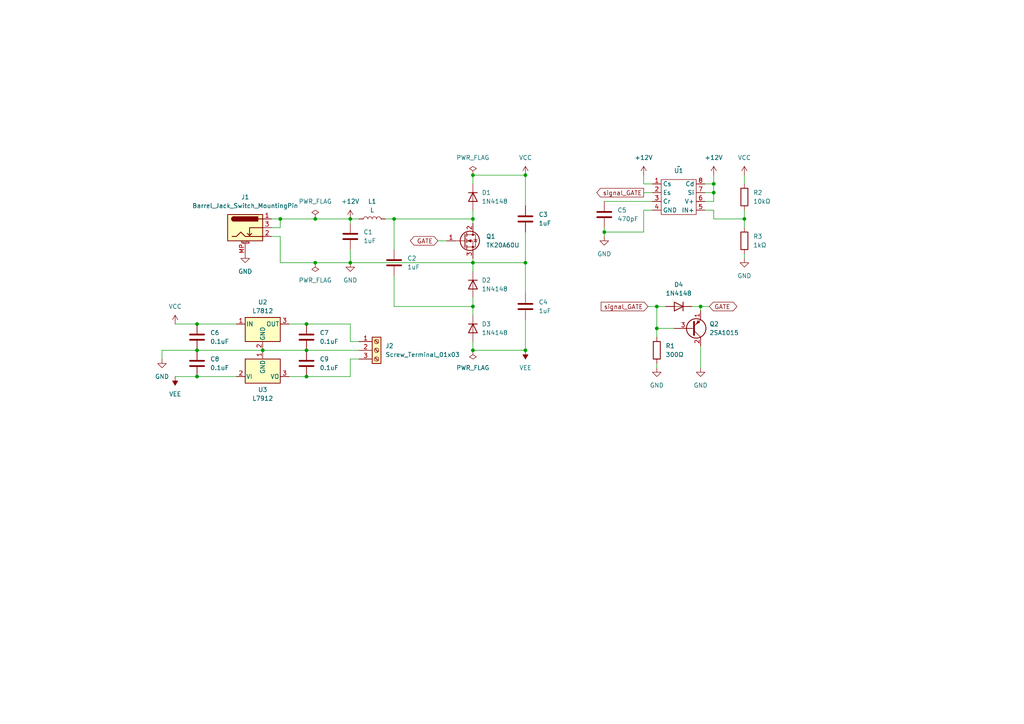
<source format=kicad_sch>
(kicad_sch (version 20230121) (generator eeschema)

  (uuid c3d4f0ef-42ec-48cc-8fe7-29db4737d1ee)

  (paper "A4")

  (lib_symbols
    (symbol "Connector:Barrel_Jack_Switch_MountingPin" (pin_names hide) (in_bom yes) (on_board yes)
      (property "Reference" "J" (at 0 5.334 0)
        (effects (font (size 1.27 1.27)))
      )
      (property "Value" "Barrel_Jack_Switch_MountingPin" (at 1.27 -6.35 0)
        (effects (font (size 1.27 1.27)) (justify left))
      )
      (property "Footprint" "" (at 1.27 -1.016 0)
        (effects (font (size 1.27 1.27)) hide)
      )
      (property "Datasheet" "~" (at 1.27 -1.016 0)
        (effects (font (size 1.27 1.27)) hide)
      )
      (property "ki_keywords" "DC power barrel jack connector" (at 0 0 0)
        (effects (font (size 1.27 1.27)) hide)
      )
      (property "ki_description" "DC Barrel Jack with an internal switch and a mounting pin" (at 0 0 0)
        (effects (font (size 1.27 1.27)) hide)
      )
      (property "ki_fp_filters" "BarrelJack*" (at 0 0 0)
        (effects (font (size 1.27 1.27)) hide)
      )
      (symbol "Barrel_Jack_Switch_MountingPin_0_1"
        (rectangle (start -5.08 3.81) (end 5.08 -3.81)
          (stroke (width 0.254) (type default))
          (fill (type background))
        )
        (arc (start -3.302 3.175) (mid -3.9343 2.54) (end -3.302 1.905)
          (stroke (width 0.254) (type default))
          (fill (type none))
        )
        (arc (start -3.302 3.175) (mid -3.9343 2.54) (end -3.302 1.905)
          (stroke (width 0.254) (type default))
          (fill (type outline))
        )
        (polyline
          (pts
            (xy 1.27 -2.286)
            (xy 1.905 -1.651)
          )
          (stroke (width 0.254) (type default))
          (fill (type none))
        )
        (polyline
          (pts
            (xy 5.08 2.54)
            (xy 3.81 2.54)
          )
          (stroke (width 0.254) (type default))
          (fill (type none))
        )
        (polyline
          (pts
            (xy 5.08 0)
            (xy 1.27 0)
            (xy 1.27 -2.286)
            (xy 0.635 -1.651)
          )
          (stroke (width 0.254) (type default))
          (fill (type none))
        )
        (polyline
          (pts
            (xy -3.81 -2.54)
            (xy -2.54 -2.54)
            (xy -1.27 -1.27)
            (xy 0 -2.54)
            (xy 2.54 -2.54)
            (xy 5.08 -2.54)
          )
          (stroke (width 0.254) (type default))
          (fill (type none))
        )
        (rectangle (start 3.683 3.175) (end -3.302 1.905)
          (stroke (width 0.254) (type default))
          (fill (type outline))
        )
      )
      (symbol "Barrel_Jack_Switch_MountingPin_1_1"
        (polyline
          (pts
            (xy -1.016 -4.572)
            (xy 1.016 -4.572)
          )
          (stroke (width 0.1524) (type default))
          (fill (type none))
        )
        (text "Mounting" (at 0 -4.191 0)
          (effects (font (size 0.381 0.381)))
        )
        (pin passive line (at 7.62 2.54 180) (length 2.54)
          (name "~" (effects (font (size 1.27 1.27))))
          (number "1" (effects (font (size 1.27 1.27))))
        )
        (pin passive line (at 7.62 -2.54 180) (length 2.54)
          (name "~" (effects (font (size 1.27 1.27))))
          (number "2" (effects (font (size 1.27 1.27))))
        )
        (pin passive line (at 7.62 0 180) (length 2.54)
          (name "~" (effects (font (size 1.27 1.27))))
          (number "3" (effects (font (size 1.27 1.27))))
        )
        (pin passive line (at 0 -7.62 90) (length 3.048)
          (name "MountPin" (effects (font (size 1.27 1.27))))
          (number "MP" (effects (font (size 1.27 1.27))))
        )
      )
    )
    (symbol "Connector:Screw_Terminal_01x03" (pin_names (offset 1.016) hide) (in_bom yes) (on_board yes)
      (property "Reference" "J" (at 0 5.08 0)
        (effects (font (size 1.27 1.27)))
      )
      (property "Value" "Screw_Terminal_01x03" (at 0 -5.08 0)
        (effects (font (size 1.27 1.27)))
      )
      (property "Footprint" "" (at 0 0 0)
        (effects (font (size 1.27 1.27)) hide)
      )
      (property "Datasheet" "~" (at 0 0 0)
        (effects (font (size 1.27 1.27)) hide)
      )
      (property "ki_keywords" "screw terminal" (at 0 0 0)
        (effects (font (size 1.27 1.27)) hide)
      )
      (property "ki_description" "Generic screw terminal, single row, 01x03, script generated (kicad-library-utils/schlib/autogen/connector/)" (at 0 0 0)
        (effects (font (size 1.27 1.27)) hide)
      )
      (property "ki_fp_filters" "TerminalBlock*:*" (at 0 0 0)
        (effects (font (size 1.27 1.27)) hide)
      )
      (symbol "Screw_Terminal_01x03_1_1"
        (rectangle (start -1.27 3.81) (end 1.27 -3.81)
          (stroke (width 0.254) (type default))
          (fill (type background))
        )
        (circle (center 0 -2.54) (radius 0.635)
          (stroke (width 0.1524) (type default))
          (fill (type none))
        )
        (polyline
          (pts
            (xy -0.5334 -2.2098)
            (xy 0.3302 -3.048)
          )
          (stroke (width 0.1524) (type default))
          (fill (type none))
        )
        (polyline
          (pts
            (xy -0.5334 0.3302)
            (xy 0.3302 -0.508)
          )
          (stroke (width 0.1524) (type default))
          (fill (type none))
        )
        (polyline
          (pts
            (xy -0.5334 2.8702)
            (xy 0.3302 2.032)
          )
          (stroke (width 0.1524) (type default))
          (fill (type none))
        )
        (polyline
          (pts
            (xy -0.3556 -2.032)
            (xy 0.508 -2.8702)
          )
          (stroke (width 0.1524) (type default))
          (fill (type none))
        )
        (polyline
          (pts
            (xy -0.3556 0.508)
            (xy 0.508 -0.3302)
          )
          (stroke (width 0.1524) (type default))
          (fill (type none))
        )
        (polyline
          (pts
            (xy -0.3556 3.048)
            (xy 0.508 2.2098)
          )
          (stroke (width 0.1524) (type default))
          (fill (type none))
        )
        (circle (center 0 0) (radius 0.635)
          (stroke (width 0.1524) (type default))
          (fill (type none))
        )
        (circle (center 0 2.54) (radius 0.635)
          (stroke (width 0.1524) (type default))
          (fill (type none))
        )
        (pin passive line (at -5.08 2.54 0) (length 3.81)
          (name "Pin_1" (effects (font (size 1.27 1.27))))
          (number "1" (effects (font (size 1.27 1.27))))
        )
        (pin passive line (at -5.08 0 0) (length 3.81)
          (name "Pin_2" (effects (font (size 1.27 1.27))))
          (number "2" (effects (font (size 1.27 1.27))))
        )
        (pin passive line (at -5.08 -2.54 0) (length 3.81)
          (name "Pin_3" (effects (font (size 1.27 1.27))))
          (number "3" (effects (font (size 1.27 1.27))))
        )
      )
    )
    (symbol "Device:C" (pin_numbers hide) (pin_names (offset 0.254)) (in_bom yes) (on_board yes)
      (property "Reference" "C" (at 0.635 2.54 0)
        (effects (font (size 1.27 1.27)) (justify left))
      )
      (property "Value" "C" (at 0.635 -2.54 0)
        (effects (font (size 1.27 1.27)) (justify left))
      )
      (property "Footprint" "" (at 0.9652 -3.81 0)
        (effects (font (size 1.27 1.27)) hide)
      )
      (property "Datasheet" "~" (at 0 0 0)
        (effects (font (size 1.27 1.27)) hide)
      )
      (property "ki_keywords" "cap capacitor" (at 0 0 0)
        (effects (font (size 1.27 1.27)) hide)
      )
      (property "ki_description" "Unpolarized capacitor" (at 0 0 0)
        (effects (font (size 1.27 1.27)) hide)
      )
      (property "ki_fp_filters" "C_*" (at 0 0 0)
        (effects (font (size 1.27 1.27)) hide)
      )
      (symbol "C_0_1"
        (polyline
          (pts
            (xy -2.032 -0.762)
            (xy 2.032 -0.762)
          )
          (stroke (width 0.508) (type default))
          (fill (type none))
        )
        (polyline
          (pts
            (xy -2.032 0.762)
            (xy 2.032 0.762)
          )
          (stroke (width 0.508) (type default))
          (fill (type none))
        )
      )
      (symbol "C_1_1"
        (pin passive line (at 0 3.81 270) (length 2.794)
          (name "~" (effects (font (size 1.27 1.27))))
          (number "1" (effects (font (size 1.27 1.27))))
        )
        (pin passive line (at 0 -3.81 90) (length 2.794)
          (name "~" (effects (font (size 1.27 1.27))))
          (number "2" (effects (font (size 1.27 1.27))))
        )
      )
    )
    (symbol "Device:D" (pin_numbers hide) (pin_names (offset 1.016) hide) (in_bom yes) (on_board yes)
      (property "Reference" "D" (at 0 2.54 0)
        (effects (font (size 1.27 1.27)))
      )
      (property "Value" "D" (at 0 -2.54 0)
        (effects (font (size 1.27 1.27)))
      )
      (property "Footprint" "" (at 0 0 0)
        (effects (font (size 1.27 1.27)) hide)
      )
      (property "Datasheet" "~" (at 0 0 0)
        (effects (font (size 1.27 1.27)) hide)
      )
      (property "Sim.Device" "D" (at 0 0 0)
        (effects (font (size 1.27 1.27)) hide)
      )
      (property "Sim.Pins" "1=K 2=A" (at 0 0 0)
        (effects (font (size 1.27 1.27)) hide)
      )
      (property "ki_keywords" "diode" (at 0 0 0)
        (effects (font (size 1.27 1.27)) hide)
      )
      (property "ki_description" "Diode" (at 0 0 0)
        (effects (font (size 1.27 1.27)) hide)
      )
      (property "ki_fp_filters" "TO-???* *_Diode_* *SingleDiode* D_*" (at 0 0 0)
        (effects (font (size 1.27 1.27)) hide)
      )
      (symbol "D_0_1"
        (polyline
          (pts
            (xy -1.27 1.27)
            (xy -1.27 -1.27)
          )
          (stroke (width 0.254) (type default))
          (fill (type none))
        )
        (polyline
          (pts
            (xy 1.27 0)
            (xy -1.27 0)
          )
          (stroke (width 0) (type default))
          (fill (type none))
        )
        (polyline
          (pts
            (xy 1.27 1.27)
            (xy 1.27 -1.27)
            (xy -1.27 0)
            (xy 1.27 1.27)
          )
          (stroke (width 0.254) (type default))
          (fill (type none))
        )
      )
      (symbol "D_1_1"
        (pin passive line (at -3.81 0 0) (length 2.54)
          (name "K" (effects (font (size 1.27 1.27))))
          (number "1" (effects (font (size 1.27 1.27))))
        )
        (pin passive line (at 3.81 0 180) (length 2.54)
          (name "A" (effects (font (size 1.27 1.27))))
          (number "2" (effects (font (size 1.27 1.27))))
        )
      )
    )
    (symbol "Device:L" (pin_numbers hide) (pin_names (offset 1.016) hide) (in_bom yes) (on_board yes)
      (property "Reference" "L" (at -1.27 0 90)
        (effects (font (size 1.27 1.27)))
      )
      (property "Value" "L" (at 1.905 0 90)
        (effects (font (size 1.27 1.27)))
      )
      (property "Footprint" "" (at 0 0 0)
        (effects (font (size 1.27 1.27)) hide)
      )
      (property "Datasheet" "~" (at 0 0 0)
        (effects (font (size 1.27 1.27)) hide)
      )
      (property "ki_keywords" "inductor choke coil reactor magnetic" (at 0 0 0)
        (effects (font (size 1.27 1.27)) hide)
      )
      (property "ki_description" "Inductor" (at 0 0 0)
        (effects (font (size 1.27 1.27)) hide)
      )
      (property "ki_fp_filters" "Choke_* *Coil* Inductor_* L_*" (at 0 0 0)
        (effects (font (size 1.27 1.27)) hide)
      )
      (symbol "L_0_1"
        (arc (start 0 -2.54) (mid 0.6323 -1.905) (end 0 -1.27)
          (stroke (width 0) (type default))
          (fill (type none))
        )
        (arc (start 0 -1.27) (mid 0.6323 -0.635) (end 0 0)
          (stroke (width 0) (type default))
          (fill (type none))
        )
        (arc (start 0 0) (mid 0.6323 0.635) (end 0 1.27)
          (stroke (width 0) (type default))
          (fill (type none))
        )
        (arc (start 0 1.27) (mid 0.6323 1.905) (end 0 2.54)
          (stroke (width 0) (type default))
          (fill (type none))
        )
      )
      (symbol "L_1_1"
        (pin passive line (at 0 3.81 270) (length 1.27)
          (name "1" (effects (font (size 1.27 1.27))))
          (number "1" (effects (font (size 1.27 1.27))))
        )
        (pin passive line (at 0 -3.81 90) (length 1.27)
          (name "2" (effects (font (size 1.27 1.27))))
          (number "2" (effects (font (size 1.27 1.27))))
        )
      )
    )
    (symbol "Device:R" (pin_numbers hide) (pin_names (offset 0)) (in_bom yes) (on_board yes)
      (property "Reference" "R" (at 2.032 0 90)
        (effects (font (size 1.27 1.27)))
      )
      (property "Value" "R" (at 0 0 90)
        (effects (font (size 1.27 1.27)))
      )
      (property "Footprint" "" (at -1.778 0 90)
        (effects (font (size 1.27 1.27)) hide)
      )
      (property "Datasheet" "~" (at 0 0 0)
        (effects (font (size 1.27 1.27)) hide)
      )
      (property "ki_keywords" "R res resistor" (at 0 0 0)
        (effects (font (size 1.27 1.27)) hide)
      )
      (property "ki_description" "Resistor" (at 0 0 0)
        (effects (font (size 1.27 1.27)) hide)
      )
      (property "ki_fp_filters" "R_*" (at 0 0 0)
        (effects (font (size 1.27 1.27)) hide)
      )
      (symbol "R_0_1"
        (rectangle (start -1.016 -2.54) (end 1.016 2.54)
          (stroke (width 0.254) (type default))
          (fill (type none))
        )
      )
      (symbol "R_1_1"
        (pin passive line (at 0 3.81 270) (length 1.27)
          (name "~" (effects (font (size 1.27 1.27))))
          (number "1" (effects (font (size 1.27 1.27))))
        )
        (pin passive line (at 0 -3.81 90) (length 1.27)
          (name "~" (effects (font (size 1.27 1.27))))
          (number "2" (effects (font (size 1.27 1.27))))
        )
      )
    )
    (symbol "NJM2374:NJM2374" (in_bom yes) (on_board yes)
      (property "Reference" "U" (at 0 2.54 0)
        (effects (font (size 1.27 1.27)))
      )
      (property "Value" "" (at 0 3.81 0)
        (effects (font (size 1.27 1.27)))
      )
      (property "Footprint" "" (at 0 3.81 0)
        (effects (font (size 1.27 1.27)) hide)
      )
      (property "Datasheet" "" (at 0 3.81 0)
        (effects (font (size 1.27 1.27)) hide)
      )
      (symbol "NJM2374_0_1"
        (rectangle (start -5.08 0) (end 5.08 -10.16)
          (stroke (width 0) (type default))
          (fill (type none))
        )
      )
      (symbol "NJM2374_1_1"
        (pin input line (at -7.62 -1.27 0) (length 2.54)
          (name "Cs" (effects (font (size 1.27 1.27))))
          (number "1" (effects (font (size 1.27 1.27))))
        )
        (pin output line (at -7.62 -3.81 0) (length 2.54)
          (name "Es" (effects (font (size 1.27 1.27))))
          (number "2" (effects (font (size 1.27 1.27))))
        )
        (pin input line (at -7.62 -6.35 0) (length 2.54)
          (name "Cr" (effects (font (size 1.27 1.27))))
          (number "3" (effects (font (size 1.27 1.27))))
        )
        (pin power_in line (at -7.62 -8.89 0) (length 2.54)
          (name "GND" (effects (font (size 1.27 1.27))))
          (number "4" (effects (font (size 1.27 1.27))))
        )
        (pin input line (at 7.62 -8.89 180) (length 2.54)
          (name "IN+" (effects (font (size 1.27 1.27))))
          (number "5" (effects (font (size 1.27 1.27))))
        )
        (pin input line (at 7.62 -6.35 180) (length 2.54)
          (name "V+" (effects (font (size 1.27 1.27))))
          (number "6" (effects (font (size 1.27 1.27))))
        )
        (pin input line (at 7.62 -3.81 180) (length 2.54)
          (name "Si" (effects (font (size 1.27 1.27))))
          (number "7" (effects (font (size 1.27 1.27))))
        )
        (pin input line (at 7.62 -1.27 180) (length 2.54)
          (name "Cd" (effects (font (size 1.27 1.27))))
          (number "8" (effects (font (size 1.27 1.27))))
        )
      )
    )
    (symbol "Regulator_Linear:L7812" (pin_names (offset 0.254)) (in_bom yes) (on_board yes)
      (property "Reference" "U" (at -3.81 3.175 0)
        (effects (font (size 1.27 1.27)))
      )
      (property "Value" "L7812" (at 0 3.175 0)
        (effects (font (size 1.27 1.27)) (justify left))
      )
      (property "Footprint" "" (at 0.635 -3.81 0)
        (effects (font (size 1.27 1.27) italic) (justify left) hide)
      )
      (property "Datasheet" "http://www.st.com/content/ccc/resource/technical/document/datasheet/41/4f/b3/b0/12/d4/47/88/CD00000444.pdf/files/CD00000444.pdf/jcr:content/translations/en.CD00000444.pdf" (at 0 -1.27 0)
        (effects (font (size 1.27 1.27)) hide)
      )
      (property "ki_keywords" "Voltage Regulator 1.5A Positive" (at 0 0 0)
        (effects (font (size 1.27 1.27)) hide)
      )
      (property "ki_description" "Positive 1.5A 35V Linear Regulator, Fixed Output 12V, TO-220/TO-263/TO-252" (at 0 0 0)
        (effects (font (size 1.27 1.27)) hide)
      )
      (property "ki_fp_filters" "TO?252* TO?263* TO?220*" (at 0 0 0)
        (effects (font (size 1.27 1.27)) hide)
      )
      (symbol "L7812_0_1"
        (rectangle (start -5.08 1.905) (end 5.08 -5.08)
          (stroke (width 0.254) (type default))
          (fill (type background))
        )
      )
      (symbol "L7812_1_1"
        (pin power_in line (at -7.62 0 0) (length 2.54)
          (name "IN" (effects (font (size 1.27 1.27))))
          (number "1" (effects (font (size 1.27 1.27))))
        )
        (pin power_in line (at 0 -7.62 90) (length 2.54)
          (name "GND" (effects (font (size 1.27 1.27))))
          (number "2" (effects (font (size 1.27 1.27))))
        )
        (pin power_out line (at 7.62 0 180) (length 2.54)
          (name "OUT" (effects (font (size 1.27 1.27))))
          (number "3" (effects (font (size 1.27 1.27))))
        )
      )
    )
    (symbol "Regulator_Linear:L7912" (pin_names (offset 0.254)) (in_bom yes) (on_board yes)
      (property "Reference" "U" (at -3.81 -3.175 0)
        (effects (font (size 1.27 1.27)))
      )
      (property "Value" "L7912" (at 0 -3.175 0)
        (effects (font (size 1.27 1.27)) (justify left))
      )
      (property "Footprint" "" (at 0 -5.08 0)
        (effects (font (size 1.27 1.27) italic) hide)
      )
      (property "Datasheet" "http://www.st.com/content/ccc/resource/technical/document/datasheet/c9/16/86/41/c7/2b/45/f2/CD00000450.pdf/files/CD00000450.pdf/jcr:content/translations/en.CD00000450.pdf" (at 0 0 0)
        (effects (font (size 1.27 1.27)) hide)
      )
      (property "ki_keywords" "Voltage Regulator 1.5A Negative" (at 0 0 0)
        (effects (font (size 1.27 1.27)) hide)
      )
      (property "ki_description" "Negative 1.5A 35V Linear Regulator, Fixed Output -12V, TO-220/TO-263" (at 0 0 0)
        (effects (font (size 1.27 1.27)) hide)
      )
      (property "ki_fp_filters" "TO?220* TO?263*" (at 0 0 0)
        (effects (font (size 1.27 1.27)) hide)
      )
      (symbol "L7912_0_1"
        (rectangle (start -5.08 5.08) (end 5.08 -1.905)
          (stroke (width 0.254) (type default))
          (fill (type background))
        )
      )
      (symbol "L7912_1_1"
        (pin power_in line (at 0 7.62 270) (length 2.54)
          (name "GND" (effects (font (size 1.27 1.27))))
          (number "1" (effects (font (size 1.27 1.27))))
        )
        (pin power_in line (at -7.62 0 0) (length 2.54)
          (name "VI" (effects (font (size 1.27 1.27))))
          (number "2" (effects (font (size 1.27 1.27))))
        )
        (pin power_out line (at 7.62 0 180) (length 2.54)
          (name "VO" (effects (font (size 1.27 1.27))))
          (number "3" (effects (font (size 1.27 1.27))))
        )
      )
    )
    (symbol "Transistor_BJT:2SA1015" (pin_names (offset 0) hide) (in_bom yes) (on_board yes)
      (property "Reference" "Q" (at 5.08 1.905 0)
        (effects (font (size 1.27 1.27)) (justify left))
      )
      (property "Value" "2SA1015" (at 5.08 0 0)
        (effects (font (size 1.27 1.27)) (justify left))
      )
      (property "Footprint" "Package_TO_SOT_THT:TO-92_Inline" (at 5.08 -1.905 0)
        (effects (font (size 1.27 1.27) italic) (justify left) hide)
      )
      (property "Datasheet" "http://www.datasheetcatalog.org/datasheet/toshiba/905.pdf" (at 0 0 0)
        (effects (font (size 1.27 1.27)) (justify left) hide)
      )
      (property "ki_keywords" "Low Noise Audio PNP Transistor" (at 0 0 0)
        (effects (font (size 1.27 1.27)) hide)
      )
      (property "ki_description" "-0.15A Ic, -50V Vce, Low Noise Audio PNP Transistor, TO-92" (at 0 0 0)
        (effects (font (size 1.27 1.27)) hide)
      )
      (property "ki_fp_filters" "TO?92*" (at 0 0 0)
        (effects (font (size 1.27 1.27)) hide)
      )
      (symbol "2SA1015_0_1"
        (polyline
          (pts
            (xy 0 0)
            (xy 0.635 0)
          )
          (stroke (width 0) (type default))
          (fill (type none))
        )
        (polyline
          (pts
            (xy 2.54 -2.54)
            (xy 0.635 -0.635)
          )
          (stroke (width 0) (type default))
          (fill (type none))
        )
        (polyline
          (pts
            (xy 2.54 2.54)
            (xy 0.635 0.635)
          )
          (stroke (width 0) (type default))
          (fill (type none))
        )
        (polyline
          (pts
            (xy 0.635 1.905)
            (xy 0.635 -1.905)
            (xy 0.635 -1.905)
          )
          (stroke (width 0.508) (type default))
          (fill (type outline))
        )
        (polyline
          (pts
            (xy 1.778 -2.286)
            (xy 2.286 -1.778)
            (xy 1.27 -1.27)
            (xy 1.778 -2.286)
            (xy 1.778 -2.286)
          )
          (stroke (width 0) (type default))
          (fill (type outline))
        )
        (circle (center 1.27 0) (radius 2.8194)
          (stroke (width 0.254) (type default))
          (fill (type none))
        )
      )
      (symbol "2SA1015_1_1"
        (pin passive line (at 2.54 -5.08 90) (length 2.54)
          (name "E" (effects (font (size 1.27 1.27))))
          (number "1" (effects (font (size 1.27 1.27))))
        )
        (pin passive line (at 2.54 5.08 270) (length 2.54)
          (name "C" (effects (font (size 1.27 1.27))))
          (number "2" (effects (font (size 1.27 1.27))))
        )
        (pin input line (at -5.08 0 0) (length 5.08)
          (name "B" (effects (font (size 1.27 1.27))))
          (number "3" (effects (font (size 1.27 1.27))))
        )
      )
    )
    (symbol "Transistor_FET:BSP89" (pin_names hide) (in_bom yes) (on_board yes)
      (property "Reference" "Q" (at 5.08 1.905 0)
        (effects (font (size 1.27 1.27)) (justify left))
      )
      (property "Value" "BSP89" (at 5.08 0 0)
        (effects (font (size 1.27 1.27)) (justify left))
      )
      (property "Footprint" "Package_TO_SOT_SMD:SOT-223-3_TabPin2" (at 5.08 -1.905 0)
        (effects (font (size 1.27 1.27) italic) (justify left) hide)
      )
      (property "Datasheet" "https://www.infineon.com/dgdl/Infineon-BSP89-DS-v02_02-en.pdf?fileId=db3a30433b47825b013b4b8a07f90d55" (at 0 0 0)
        (effects (font (size 1.27 1.27)) (justify left) hide)
      )
      (property "ki_keywords" "N-Channel MOSFET" (at 0 0 0)
        (effects (font (size 1.27 1.27)) hide)
      )
      (property "ki_description" "0.35A Id, 240V Vds, N-Channel Enhancement Mode MOSFET, SOT-223" (at 0 0 0)
        (effects (font (size 1.27 1.27)) hide)
      )
      (property "ki_fp_filters" "SOT?223*" (at 0 0 0)
        (effects (font (size 1.27 1.27)) hide)
      )
      (symbol "BSP89_0_1"
        (polyline
          (pts
            (xy 0.254 0)
            (xy -2.54 0)
          )
          (stroke (width 0) (type default))
          (fill (type none))
        )
        (polyline
          (pts
            (xy 0.254 1.905)
            (xy 0.254 -1.905)
          )
          (stroke (width 0.254) (type default))
          (fill (type none))
        )
        (polyline
          (pts
            (xy 0.762 -1.27)
            (xy 0.762 -2.286)
          )
          (stroke (width 0.254) (type default))
          (fill (type none))
        )
        (polyline
          (pts
            (xy 0.762 0.508)
            (xy 0.762 -0.508)
          )
          (stroke (width 0.254) (type default))
          (fill (type none))
        )
        (polyline
          (pts
            (xy 0.762 2.286)
            (xy 0.762 1.27)
          )
          (stroke (width 0.254) (type default))
          (fill (type none))
        )
        (polyline
          (pts
            (xy 2.54 2.54)
            (xy 2.54 1.778)
          )
          (stroke (width 0) (type default))
          (fill (type none))
        )
        (polyline
          (pts
            (xy 2.54 -2.54)
            (xy 2.54 0)
            (xy 0.762 0)
          )
          (stroke (width 0) (type default))
          (fill (type none))
        )
        (polyline
          (pts
            (xy 0.762 -1.778)
            (xy 3.302 -1.778)
            (xy 3.302 1.778)
            (xy 0.762 1.778)
          )
          (stroke (width 0) (type default))
          (fill (type none))
        )
        (polyline
          (pts
            (xy 1.016 0)
            (xy 2.032 0.381)
            (xy 2.032 -0.381)
            (xy 1.016 0)
          )
          (stroke (width 0) (type default))
          (fill (type outline))
        )
        (polyline
          (pts
            (xy 2.794 0.508)
            (xy 2.921 0.381)
            (xy 3.683 0.381)
            (xy 3.81 0.254)
          )
          (stroke (width 0) (type default))
          (fill (type none))
        )
        (polyline
          (pts
            (xy 3.302 0.381)
            (xy 2.921 -0.254)
            (xy 3.683 -0.254)
            (xy 3.302 0.381)
          )
          (stroke (width 0) (type default))
          (fill (type none))
        )
        (circle (center 1.651 0) (radius 2.794)
          (stroke (width 0.254) (type default))
          (fill (type none))
        )
        (circle (center 2.54 -1.778) (radius 0.254)
          (stroke (width 0) (type default))
          (fill (type outline))
        )
        (circle (center 2.54 1.778) (radius 0.254)
          (stroke (width 0) (type default))
          (fill (type outline))
        )
      )
      (symbol "BSP89_1_1"
        (pin input line (at -5.08 0 0) (length 2.54)
          (name "G" (effects (font (size 1.27 1.27))))
          (number "1" (effects (font (size 1.27 1.27))))
        )
        (pin passive line (at 2.54 5.08 270) (length 2.54)
          (name "D" (effects (font (size 1.27 1.27))))
          (number "2" (effects (font (size 1.27 1.27))))
        )
        (pin passive line (at 2.54 -5.08 90) (length 2.54)
          (name "S" (effects (font (size 1.27 1.27))))
          (number "3" (effects (font (size 1.27 1.27))))
        )
      )
    )
    (symbol "power:+12V" (power) (pin_names (offset 0)) (in_bom yes) (on_board yes)
      (property "Reference" "#PWR" (at 0 -3.81 0)
        (effects (font (size 1.27 1.27)) hide)
      )
      (property "Value" "+12V" (at 0 3.556 0)
        (effects (font (size 1.27 1.27)))
      )
      (property "Footprint" "" (at 0 0 0)
        (effects (font (size 1.27 1.27)) hide)
      )
      (property "Datasheet" "" (at 0 0 0)
        (effects (font (size 1.27 1.27)) hide)
      )
      (property "ki_keywords" "global power" (at 0 0 0)
        (effects (font (size 1.27 1.27)) hide)
      )
      (property "ki_description" "Power symbol creates a global label with name \"+12V\"" (at 0 0 0)
        (effects (font (size 1.27 1.27)) hide)
      )
      (symbol "+12V_0_1"
        (polyline
          (pts
            (xy -0.762 1.27)
            (xy 0 2.54)
          )
          (stroke (width 0) (type default))
          (fill (type none))
        )
        (polyline
          (pts
            (xy 0 0)
            (xy 0 2.54)
          )
          (stroke (width 0) (type default))
          (fill (type none))
        )
        (polyline
          (pts
            (xy 0 2.54)
            (xy 0.762 1.27)
          )
          (stroke (width 0) (type default))
          (fill (type none))
        )
      )
      (symbol "+12V_1_1"
        (pin power_in line (at 0 0 90) (length 0) hide
          (name "+12V" (effects (font (size 1.27 1.27))))
          (number "1" (effects (font (size 1.27 1.27))))
        )
      )
    )
    (symbol "power:GND" (power) (pin_names (offset 0)) (in_bom yes) (on_board yes)
      (property "Reference" "#PWR" (at 0 -6.35 0)
        (effects (font (size 1.27 1.27)) hide)
      )
      (property "Value" "GND" (at 0 -3.81 0)
        (effects (font (size 1.27 1.27)))
      )
      (property "Footprint" "" (at 0 0 0)
        (effects (font (size 1.27 1.27)) hide)
      )
      (property "Datasheet" "" (at 0 0 0)
        (effects (font (size 1.27 1.27)) hide)
      )
      (property "ki_keywords" "global power" (at 0 0 0)
        (effects (font (size 1.27 1.27)) hide)
      )
      (property "ki_description" "Power symbol creates a global label with name \"GND\" , ground" (at 0 0 0)
        (effects (font (size 1.27 1.27)) hide)
      )
      (symbol "GND_0_1"
        (polyline
          (pts
            (xy 0 0)
            (xy 0 -1.27)
            (xy 1.27 -1.27)
            (xy 0 -2.54)
            (xy -1.27 -1.27)
            (xy 0 -1.27)
          )
          (stroke (width 0) (type default))
          (fill (type none))
        )
      )
      (symbol "GND_1_1"
        (pin power_in line (at 0 0 270) (length 0) hide
          (name "GND" (effects (font (size 1.27 1.27))))
          (number "1" (effects (font (size 1.27 1.27))))
        )
      )
    )
    (symbol "power:PWR_FLAG" (power) (pin_numbers hide) (pin_names (offset 0) hide) (in_bom yes) (on_board yes)
      (property "Reference" "#FLG" (at 0 1.905 0)
        (effects (font (size 1.27 1.27)) hide)
      )
      (property "Value" "PWR_FLAG" (at 0 3.81 0)
        (effects (font (size 1.27 1.27)))
      )
      (property "Footprint" "" (at 0 0 0)
        (effects (font (size 1.27 1.27)) hide)
      )
      (property "Datasheet" "~" (at 0 0 0)
        (effects (font (size 1.27 1.27)) hide)
      )
      (property "ki_keywords" "flag power" (at 0 0 0)
        (effects (font (size 1.27 1.27)) hide)
      )
      (property "ki_description" "Special symbol for telling ERC where power comes from" (at 0 0 0)
        (effects (font (size 1.27 1.27)) hide)
      )
      (symbol "PWR_FLAG_0_0"
        (pin power_out line (at 0 0 90) (length 0)
          (name "pwr" (effects (font (size 1.27 1.27))))
          (number "1" (effects (font (size 1.27 1.27))))
        )
      )
      (symbol "PWR_FLAG_0_1"
        (polyline
          (pts
            (xy 0 0)
            (xy 0 1.27)
            (xy -1.016 1.905)
            (xy 0 2.54)
            (xy 1.016 1.905)
            (xy 0 1.27)
          )
          (stroke (width 0) (type default))
          (fill (type none))
        )
      )
    )
    (symbol "power:VCC" (power) (pin_names (offset 0)) (in_bom yes) (on_board yes)
      (property "Reference" "#PWR" (at 0 -3.81 0)
        (effects (font (size 1.27 1.27)) hide)
      )
      (property "Value" "VCC" (at 0 3.81 0)
        (effects (font (size 1.27 1.27)))
      )
      (property "Footprint" "" (at 0 0 0)
        (effects (font (size 1.27 1.27)) hide)
      )
      (property "Datasheet" "" (at 0 0 0)
        (effects (font (size 1.27 1.27)) hide)
      )
      (property "ki_keywords" "global power" (at 0 0 0)
        (effects (font (size 1.27 1.27)) hide)
      )
      (property "ki_description" "Power symbol creates a global label with name \"VCC\"" (at 0 0 0)
        (effects (font (size 1.27 1.27)) hide)
      )
      (symbol "VCC_0_1"
        (polyline
          (pts
            (xy -0.762 1.27)
            (xy 0 2.54)
          )
          (stroke (width 0) (type default))
          (fill (type none))
        )
        (polyline
          (pts
            (xy 0 0)
            (xy 0 2.54)
          )
          (stroke (width 0) (type default))
          (fill (type none))
        )
        (polyline
          (pts
            (xy 0 2.54)
            (xy 0.762 1.27)
          )
          (stroke (width 0) (type default))
          (fill (type none))
        )
      )
      (symbol "VCC_1_1"
        (pin power_in line (at 0 0 90) (length 0) hide
          (name "VCC" (effects (font (size 1.27 1.27))))
          (number "1" (effects (font (size 1.27 1.27))))
        )
      )
    )
    (symbol "power:VEE" (power) (pin_names (offset 0)) (in_bom yes) (on_board yes)
      (property "Reference" "#PWR" (at 0 -3.81 0)
        (effects (font (size 1.27 1.27)) hide)
      )
      (property "Value" "VEE" (at 0 3.81 0)
        (effects (font (size 1.27 1.27)))
      )
      (property "Footprint" "" (at 0 0 0)
        (effects (font (size 1.27 1.27)) hide)
      )
      (property "Datasheet" "" (at 0 0 0)
        (effects (font (size 1.27 1.27)) hide)
      )
      (property "ki_keywords" "global power" (at 0 0 0)
        (effects (font (size 1.27 1.27)) hide)
      )
      (property "ki_description" "Power symbol creates a global label with name \"VEE\"" (at 0 0 0)
        (effects (font (size 1.27 1.27)) hide)
      )
      (symbol "VEE_0_1"
        (polyline
          (pts
            (xy 0 0)
            (xy 0 2.54)
          )
          (stroke (width 0) (type default))
          (fill (type none))
        )
        (polyline
          (pts
            (xy 0.762 1.27)
            (xy -0.762 1.27)
            (xy 0 2.54)
            (xy 0.762 1.27)
          )
          (stroke (width 0) (type default))
          (fill (type outline))
        )
      )
      (symbol "VEE_1_1"
        (pin power_in line (at 0 0 90) (length 0) hide
          (name "VEE" (effects (font (size 1.27 1.27))))
          (number "1" (effects (font (size 1.27 1.27))))
        )
      )
    )
  )

  (junction (at 207.01 53.34) (diameter 0) (color 0 0 0 0)
    (uuid 0f6595eb-b599-4fef-9cb0-ff6cea789c4b)
  )
  (junction (at 81.28 63.5) (diameter 0) (color 0 0 0 0)
    (uuid 1448cdd0-d253-4f74-a873-a534d0c77219)
  )
  (junction (at 88.9 93.98) (diameter 0) (color 0 0 0 0)
    (uuid 1726f0f8-0e54-4892-815f-771e99117fcb)
  )
  (junction (at 88.9 109.22) (diameter 0) (color 0 0 0 0)
    (uuid 1745fd73-2ec5-4ec3-8e66-ad23f69034d7)
  )
  (junction (at 137.16 101.6) (diameter 0) (color 0 0 0 0)
    (uuid 185849d6-c855-4748-a770-e6d4fc4b8d4c)
  )
  (junction (at 152.4 50.8) (diameter 0) (color 0 0 0 0)
    (uuid 28decb52-b352-4bf8-b5a8-df3da9adacea)
  )
  (junction (at 91.44 76.2) (diameter 0) (color 0 0 0 0)
    (uuid 3ad30547-414f-4cc6-bca9-26eb09c21b18)
  )
  (junction (at 152.4 76.2) (diameter 0) (color 0 0 0 0)
    (uuid 42eb6b9d-ecca-44ed-a7d2-50ca98a09bb7)
  )
  (junction (at 91.44 63.5) (diameter 0) (color 0 0 0 0)
    (uuid 5d64c22f-2f9c-4afd-933b-fe862f20dbae)
  )
  (junction (at 203.2 88.9) (diameter 0) (color 0 0 0 0)
    (uuid 5ed986e3-0366-4698-9d91-191a64e20893)
  )
  (junction (at 137.16 63.5) (diameter 0) (color 0 0 0 0)
    (uuid 5f90c1d2-f9a8-44e6-b134-299fda510f7e)
  )
  (junction (at 57.15 93.98) (diameter 0) (color 0 0 0 0)
    (uuid 6319556a-c9c0-421c-a3b7-cc4f5b8ada9c)
  )
  (junction (at 137.16 50.8) (diameter 0) (color 0 0 0 0)
    (uuid 690ba477-21df-456f-ae47-fd002eccdccd)
  )
  (junction (at 76.2 101.6) (diameter 0) (color 0 0 0 0)
    (uuid 6d1ddbb0-cfc8-424b-baa6-7a5b1ce8674b)
  )
  (junction (at 175.26 67.31) (diameter 0) (color 0 0 0 0)
    (uuid 6ee9a9f9-684d-432b-87bc-b35710f4c972)
  )
  (junction (at 215.9 63.5) (diameter 0) (color 0 0 0 0)
    (uuid 7102740d-c43e-4899-a915-8fcfc5ec334c)
  )
  (junction (at 114.3 63.5) (diameter 0) (color 0 0 0 0)
    (uuid 726a03d0-df84-437d-8701-d684ca72d193)
  )
  (junction (at 101.6 63.5) (diameter 0) (color 0 0 0 0)
    (uuid 7a85d5f2-3d11-48fc-be52-a0ccfbd6fd0d)
  )
  (junction (at 152.4 101.6) (diameter 0) (color 0 0 0 0)
    (uuid 7cc27e9a-2302-4fb5-91d4-87965393b310)
  )
  (junction (at 137.16 88.9) (diameter 0) (color 0 0 0 0)
    (uuid 8376216c-3d8b-47db-843b-0b1f7fddd962)
  )
  (junction (at 57.15 109.22) (diameter 0) (color 0 0 0 0)
    (uuid 9d1292c9-b7bc-4495-bb91-1b1e05f8be74)
  )
  (junction (at 207.01 55.88) (diameter 0) (color 0 0 0 0)
    (uuid a3cb7ea2-8046-4d6a-9b6e-444a6cd50562)
  )
  (junction (at 190.5 95.25) (diameter 0) (color 0 0 0 0)
    (uuid aa92cd75-a0df-4813-86a6-d393fe72aa47)
  )
  (junction (at 190.5 88.9) (diameter 0) (color 0 0 0 0)
    (uuid c58f8c04-17d7-47d2-9f37-71cd365f59cc)
  )
  (junction (at 57.15 101.6) (diameter 0) (color 0 0 0 0)
    (uuid d76f03b1-332d-47cd-a016-fcd9294b4df8)
  )
  (junction (at 101.6 76.2) (diameter 0) (color 0 0 0 0)
    (uuid da314880-60ee-4317-90f0-a2e92c6b0572)
  )
  (junction (at 88.9 101.6) (diameter 0) (color 0 0 0 0)
    (uuid eb122639-878c-40bf-8867-40e8f5526b05)
  )
  (junction (at 137.16 76.2) (diameter 0) (color 0 0 0 0)
    (uuid fe394115-2b7b-433f-8d68-43d4406bfcb1)
  )

  (wire (pts (xy 137.16 50.8) (xy 152.4 50.8))
    (stroke (width 0) (type default))
    (uuid 09920769-58a5-4b12-bc2f-aea16a48dfd4)
  )
  (wire (pts (xy 137.16 99.06) (xy 137.16 101.6))
    (stroke (width 0) (type default))
    (uuid 0a535258-ff75-4932-b52f-e7921a4494a2)
  )
  (wire (pts (xy 127 69.85) (xy 129.54 69.85))
    (stroke (width 0) (type default))
    (uuid 0f7cb487-d52a-49ba-b37b-f846f1154d51)
  )
  (wire (pts (xy 215.9 50.8) (xy 215.9 53.34))
    (stroke (width 0) (type default))
    (uuid 1171876d-37b2-4d11-8a4c-029ca6089348)
  )
  (wire (pts (xy 203.2 88.9) (xy 205.74 88.9))
    (stroke (width 0) (type default))
    (uuid 1ceabe3d-7c8c-461b-82ee-3e57f328e98d)
  )
  (wire (pts (xy 190.5 88.9) (xy 190.5 95.25))
    (stroke (width 0) (type default))
    (uuid 1d224ff0-fa85-4133-82e7-335d421c62d8)
  )
  (wire (pts (xy 101.6 104.14) (xy 101.6 109.22))
    (stroke (width 0) (type default))
    (uuid 2536fdc8-4543-40e6-a4dd-42603869b6b7)
  )
  (wire (pts (xy 76.2 101.6) (xy 88.9 101.6))
    (stroke (width 0) (type default))
    (uuid 28661e95-9a14-4aaa-be7e-1e35f54da7e6)
  )
  (wire (pts (xy 137.16 63.5) (xy 137.16 64.77))
    (stroke (width 0) (type default))
    (uuid 2a7f1af8-2542-4608-ab87-d797de164099)
  )
  (wire (pts (xy 78.74 68.58) (xy 81.28 68.58))
    (stroke (width 0) (type default))
    (uuid 2b4a39be-14ad-4f43-916a-e7468868207c)
  )
  (wire (pts (xy 207.01 63.5) (xy 207.01 60.96))
    (stroke (width 0) (type default))
    (uuid 2ba5b192-b3f4-4afe-85da-292d301e6b90)
  )
  (wire (pts (xy 175.26 58.42) (xy 189.23 58.42))
    (stroke (width 0) (type default))
    (uuid 2d0287fe-90ea-4a1c-98f0-322bbe6dba3c)
  )
  (wire (pts (xy 114.3 63.5) (xy 114.3 72.39))
    (stroke (width 0) (type default))
    (uuid 2ffd9db3-1889-4492-a46b-8f3808c87730)
  )
  (wire (pts (xy 186.69 55.88) (xy 189.23 55.88))
    (stroke (width 0) (type default))
    (uuid 3144f08d-6956-4ecf-8b99-300bdaf315c8)
  )
  (wire (pts (xy 137.16 53.34) (xy 137.16 50.8))
    (stroke (width 0) (type default))
    (uuid 3aea8ea3-66a9-4936-af25-fc538e8d2750)
  )
  (wire (pts (xy 101.6 76.2) (xy 137.16 76.2))
    (stroke (width 0) (type default))
    (uuid 3b4b399f-034a-4af5-b7c3-92cae229452e)
  )
  (wire (pts (xy 207.01 50.8) (xy 207.01 53.34))
    (stroke (width 0) (type default))
    (uuid 3d53fa7f-f724-4f2b-af79-b139be1c4b21)
  )
  (wire (pts (xy 137.16 74.93) (xy 137.16 76.2))
    (stroke (width 0) (type default))
    (uuid 3fa55d70-5075-416c-bc7f-17c62173454a)
  )
  (wire (pts (xy 101.6 72.39) (xy 101.6 76.2))
    (stroke (width 0) (type default))
    (uuid 441c0356-ace0-4a03-b3c2-2d2943605047)
  )
  (wire (pts (xy 83.82 93.98) (xy 88.9 93.98))
    (stroke (width 0) (type default))
    (uuid 44cde9ca-8b6e-4b71-b40e-2705f7e6ef66)
  )
  (wire (pts (xy 152.4 76.2) (xy 152.4 85.09))
    (stroke (width 0) (type default))
    (uuid 44ea0f8d-271c-4f27-bed1-6af8cb83161b)
  )
  (wire (pts (xy 215.9 63.5) (xy 215.9 66.04))
    (stroke (width 0) (type default))
    (uuid 48b557aa-edf8-45f8-bdfb-a946bafc020f)
  )
  (wire (pts (xy 81.28 76.2) (xy 91.44 76.2))
    (stroke (width 0) (type default))
    (uuid 526790f5-1a2d-413e-8c45-f7ca56d31e21)
  )
  (wire (pts (xy 190.5 88.9) (xy 193.04 88.9))
    (stroke (width 0) (type default))
    (uuid 555888f0-1fb7-40d6-a6c0-53941b30c29b)
  )
  (wire (pts (xy 81.28 66.04) (xy 78.74 66.04))
    (stroke (width 0) (type default))
    (uuid 5d78df10-956b-4527-9221-0fccef499470)
  )
  (wire (pts (xy 200.66 88.9) (xy 203.2 88.9))
    (stroke (width 0) (type default))
    (uuid 60cc0533-0d25-43ea-83ef-3c45aedda822)
  )
  (wire (pts (xy 186.69 67.31) (xy 175.26 67.31))
    (stroke (width 0) (type default))
    (uuid 650f065e-b6bc-4f8e-a7cf-1dcc3e23206e)
  )
  (wire (pts (xy 189.23 53.34) (xy 186.69 53.34))
    (stroke (width 0) (type default))
    (uuid 679c0154-3078-43fb-99d6-48a21957fd32)
  )
  (wire (pts (xy 101.6 63.5) (xy 104.14 63.5))
    (stroke (width 0) (type default))
    (uuid 6bffcd98-9349-4d87-b7d1-f338785b34d3)
  )
  (wire (pts (xy 186.69 53.34) (xy 186.69 50.8))
    (stroke (width 0) (type default))
    (uuid 6d16ba8b-4e28-4e8e-8fc6-c530ca08a3b6)
  )
  (wire (pts (xy 101.6 99.06) (xy 104.14 99.06))
    (stroke (width 0) (type default))
    (uuid 6d4775c4-228c-4ba6-b1f7-e6e38f3f104e)
  )
  (wire (pts (xy 88.9 109.22) (xy 101.6 109.22))
    (stroke (width 0) (type default))
    (uuid 715c3065-1fcf-44e9-9240-7265b4ea73de)
  )
  (wire (pts (xy 204.47 53.34) (xy 207.01 53.34))
    (stroke (width 0) (type default))
    (uuid 7289d67f-63f8-4ec0-aaaf-e7e5f6eb8884)
  )
  (wire (pts (xy 50.8 93.98) (xy 57.15 93.98))
    (stroke (width 0) (type default))
    (uuid 72cde08c-c891-4013-8fa9-d2d7fe7fa513)
  )
  (wire (pts (xy 190.5 95.25) (xy 195.58 95.25))
    (stroke (width 0) (type default))
    (uuid 7d5dadb4-ce76-4893-961c-adabd4f61548)
  )
  (wire (pts (xy 207.01 63.5) (xy 215.9 63.5))
    (stroke (width 0) (type default))
    (uuid 7e227603-8a25-4a0a-907d-f843f6d10c1e)
  )
  (wire (pts (xy 88.9 93.98) (xy 101.6 93.98))
    (stroke (width 0) (type default))
    (uuid 7e3af72f-2300-4611-8e42-7781591d3521)
  )
  (wire (pts (xy 137.16 101.6) (xy 152.4 101.6))
    (stroke (width 0) (type default))
    (uuid 814eb23a-09e3-45f7-8623-d494b0d60623)
  )
  (wire (pts (xy 137.16 76.2) (xy 152.4 76.2))
    (stroke (width 0) (type default))
    (uuid 81ec5683-3a66-4465-a6c6-117a596974f9)
  )
  (wire (pts (xy 101.6 64.77) (xy 101.6 63.5))
    (stroke (width 0) (type default))
    (uuid 85d686a0-11f2-4c7a-83a6-e4b67e6d4aa3)
  )
  (wire (pts (xy 215.9 60.96) (xy 215.9 63.5))
    (stroke (width 0) (type default))
    (uuid 8636ac63-1109-4ec8-b59f-25ff1294ac0c)
  )
  (wire (pts (xy 50.8 109.22) (xy 57.15 109.22))
    (stroke (width 0) (type default))
    (uuid 904917bf-a32f-44ce-927d-662e61f3b862)
  )
  (wire (pts (xy 57.15 93.98) (xy 68.58 93.98))
    (stroke (width 0) (type default))
    (uuid 91e23a8d-3d68-4f25-b4b0-1939d3e7e284)
  )
  (wire (pts (xy 137.16 60.96) (xy 137.16 63.5))
    (stroke (width 0) (type default))
    (uuid 96103e6a-bf7e-46e7-8856-5e797d0453bb)
  )
  (wire (pts (xy 78.74 63.5) (xy 81.28 63.5))
    (stroke (width 0) (type default))
    (uuid 996eb186-fc1a-4828-8288-3016353d02bd)
  )
  (wire (pts (xy 186.69 60.96) (xy 186.69 67.31))
    (stroke (width 0) (type default))
    (uuid 99a60ab5-7979-4f8a-9530-8d7836cf58a4)
  )
  (wire (pts (xy 81.28 66.04) (xy 81.28 63.5))
    (stroke (width 0) (type default))
    (uuid 9c2c48de-24a9-4dc5-ab1d-796a390114ba)
  )
  (wire (pts (xy 207.01 60.96) (xy 204.47 60.96))
    (stroke (width 0) (type default))
    (uuid 9e53ae43-e8b7-4d97-8796-c723e08fc4d4)
  )
  (wire (pts (xy 81.28 68.58) (xy 81.28 76.2))
    (stroke (width 0) (type default))
    (uuid a0f216eb-72d2-4f2b-818d-0aea2e98a5df)
  )
  (wire (pts (xy 114.3 63.5) (xy 137.16 63.5))
    (stroke (width 0) (type default))
    (uuid a164ddeb-435f-4f41-be9a-5d340bcb3cdf)
  )
  (wire (pts (xy 137.16 88.9) (xy 137.16 91.44))
    (stroke (width 0) (type default))
    (uuid a353b9a7-1f45-49da-a736-22ce5efca9e1)
  )
  (wire (pts (xy 187.96 88.9) (xy 190.5 88.9))
    (stroke (width 0) (type default))
    (uuid a4959b23-ba9e-4d34-8fa1-96ed7e0dd059)
  )
  (wire (pts (xy 175.26 67.31) (xy 175.26 68.58))
    (stroke (width 0) (type default))
    (uuid ac971930-f266-4e9e-b8fb-d6bfa6e924ed)
  )
  (wire (pts (xy 207.01 53.34) (xy 207.01 55.88))
    (stroke (width 0) (type default))
    (uuid b0bfb42a-e316-486e-8ee9-dd03f4e59498)
  )
  (wire (pts (xy 57.15 101.6) (xy 76.2 101.6))
    (stroke (width 0) (type default))
    (uuid b682881b-19bc-4a7a-b7f0-a3201f30b8e2)
  )
  (wire (pts (xy 81.28 63.5) (xy 91.44 63.5))
    (stroke (width 0) (type default))
    (uuid b8251aef-3aed-491d-852a-c7df7f856121)
  )
  (wire (pts (xy 215.9 73.66) (xy 215.9 74.93))
    (stroke (width 0) (type default))
    (uuid bf303476-20b5-4a3c-9b7c-6cd8af8103c0)
  )
  (wire (pts (xy 137.16 78.74) (xy 137.16 76.2))
    (stroke (width 0) (type default))
    (uuid c2b06080-2e60-44f4-89ee-68c9cfec8c38)
  )
  (wire (pts (xy 88.9 101.6) (xy 104.14 101.6))
    (stroke (width 0) (type default))
    (uuid c342457d-c792-4712-bc24-087e07b759df)
  )
  (wire (pts (xy 46.99 101.6) (xy 57.15 101.6))
    (stroke (width 0) (type default))
    (uuid c49edf2b-bba2-4791-ae37-3a41546a3d4b)
  )
  (wire (pts (xy 152.4 67.31) (xy 152.4 76.2))
    (stroke (width 0) (type default))
    (uuid cba35967-8add-475a-8d35-b452753df163)
  )
  (wire (pts (xy 57.15 109.22) (xy 68.58 109.22))
    (stroke (width 0) (type default))
    (uuid cc0d31ec-1d5d-4337-bf87-79c65d250381)
  )
  (wire (pts (xy 152.4 101.6) (xy 152.4 92.71))
    (stroke (width 0) (type default))
    (uuid cd16fb88-55af-40de-a828-eb62126bc6ee)
  )
  (wire (pts (xy 114.3 88.9) (xy 137.16 88.9))
    (stroke (width 0) (type default))
    (uuid cd384f04-c798-447e-b298-46a386273613)
  )
  (wire (pts (xy 137.16 86.36) (xy 137.16 88.9))
    (stroke (width 0) (type default))
    (uuid d136af60-592b-4556-a85f-a181785a5311)
  )
  (wire (pts (xy 203.2 88.9) (xy 203.2 90.17))
    (stroke (width 0) (type default))
    (uuid d2dfea28-ae61-4a0d-abc3-3354a6f1e636)
  )
  (wire (pts (xy 114.3 80.01) (xy 114.3 88.9))
    (stroke (width 0) (type default))
    (uuid d300a555-89e1-43f8-8750-1b5631966dd1)
  )
  (wire (pts (xy 207.01 55.88) (xy 207.01 58.42))
    (stroke (width 0) (type default))
    (uuid d9f430bc-d1c9-42cb-ab19-ade1aaeab7af)
  )
  (wire (pts (xy 83.82 109.22) (xy 88.9 109.22))
    (stroke (width 0) (type default))
    (uuid dc32d2b3-f50b-4779-ab15-1c92080cc447)
  )
  (wire (pts (xy 46.99 104.14) (xy 46.99 101.6))
    (stroke (width 0) (type default))
    (uuid dca3cb5d-3bad-4e61-ae16-1834a755f6d8)
  )
  (wire (pts (xy 189.23 60.96) (xy 186.69 60.96))
    (stroke (width 0) (type default))
    (uuid e008f2e6-9747-41aa-8ea6-9dddb5be432f)
  )
  (wire (pts (xy 101.6 93.98) (xy 101.6 99.06))
    (stroke (width 0) (type default))
    (uuid e3c1c4c3-06ee-4aed-9daf-6ccb946c7f9a)
  )
  (wire (pts (xy 190.5 105.41) (xy 190.5 106.68))
    (stroke (width 0) (type default))
    (uuid e473424a-3c92-47d7-a9d2-5ed5fba706ab)
  )
  (wire (pts (xy 91.44 76.2) (xy 101.6 76.2))
    (stroke (width 0) (type default))
    (uuid e5999406-a529-41f4-b6d1-0a350560321f)
  )
  (wire (pts (xy 101.6 104.14) (xy 104.14 104.14))
    (stroke (width 0) (type default))
    (uuid e63ec2d1-916a-4cf2-9111-90a61b8ac171)
  )
  (wire (pts (xy 111.76 63.5) (xy 114.3 63.5))
    (stroke (width 0) (type default))
    (uuid ebd85ef1-19d3-4209-83cd-1863f34f3abd)
  )
  (wire (pts (xy 152.4 50.8) (xy 152.4 59.69))
    (stroke (width 0) (type default))
    (uuid ebe69665-b58d-4764-a165-7298e5b72329)
  )
  (wire (pts (xy 91.44 63.5) (xy 101.6 63.5))
    (stroke (width 0) (type default))
    (uuid ec566e90-4e7c-42cd-9474-fe736b69f58c)
  )
  (wire (pts (xy 175.26 66.04) (xy 175.26 67.31))
    (stroke (width 0) (type default))
    (uuid ec86e964-cb49-49dc-bc20-fc63ab35aa1d)
  )
  (wire (pts (xy 203.2 100.33) (xy 203.2 106.68))
    (stroke (width 0) (type default))
    (uuid edc3baf9-3e49-49f8-9eaf-62116a370cd9)
  )
  (wire (pts (xy 207.01 58.42) (xy 204.47 58.42))
    (stroke (width 0) (type default))
    (uuid f3669f90-e572-452b-a079-cb52bbc28eb0)
  )
  (wire (pts (xy 190.5 95.25) (xy 190.5 97.79))
    (stroke (width 0) (type default))
    (uuid f6f491db-74b1-40a5-bc7e-4408b93ef18c)
  )
  (wire (pts (xy 204.47 55.88) (xy 207.01 55.88))
    (stroke (width 0) (type default))
    (uuid ff799a46-3377-4e71-aa84-5dfe3af676fc)
  )

  (global_label "signal_GATE" (shape input) (at 187.96 88.9 180) (fields_autoplaced)
    (effects (font (size 1.27 1.27)) (justify right))
    (uuid 111c079a-4b13-4aef-8754-b2ad1b520c5f)
    (property "Intersheetrefs" "${INTERSHEET_REFS}" (at 173.7869 88.9 0)
      (effects (font (size 1.27 1.27)) (justify right) hide)
    )
  )
  (global_label "GATE" (shape bidirectional) (at 205.74 88.9 0) (fields_autoplaced)
    (effects (font (size 1.27 1.27)) (justify left))
    (uuid 7b6e240c-71e8-46be-9142-30ed9d2c010f)
    (property "Intersheetrefs" "${INTERSHEET_REFS}" (at 214.3117 88.9 0)
      (effects (font (size 1.27 1.27)) (justify left) hide)
    )
  )
  (global_label "GATE" (shape bidirectional) (at 127 69.85 180) (fields_autoplaced)
    (effects (font (size 1.27 1.27)) (justify right))
    (uuid a177e2d8-d932-4836-bdd0-c0923ecd8a36)
    (property "Intersheetrefs" "${INTERSHEET_REFS}" (at 118.4283 69.85 0)
      (effects (font (size 1.27 1.27)) (justify right) hide)
    )
  )
  (global_label "signal_GATE" (shape output) (at 186.69 55.88 180) (fields_autoplaced)
    (effects (font (size 1.27 1.27)) (justify right))
    (uuid fea95323-8173-424e-a073-12dd865f07bf)
    (property "Intersheetrefs" "${INTERSHEET_REFS}" (at 172.5169 55.88 0)
      (effects (font (size 1.27 1.27)) (justify right) hide)
    )
  )

  (symbol (lib_id "Device:R") (at 215.9 69.85 0) (unit 1)
    (in_bom yes) (on_board yes) (dnp no) (fields_autoplaced)
    (uuid 00839417-f718-47f1-b9c2-78d5388e178e)
    (property "Reference" "R3" (at 218.44 68.58 0)
      (effects (font (size 1.27 1.27)) (justify left))
    )
    (property "Value" "1kΩ" (at 218.44 71.12 0)
      (effects (font (size 1.27 1.27)) (justify left))
    )
    (property "Footprint" "Resistor_THT:R_Axial_DIN0207_L6.3mm_D2.5mm_P10.16mm_Horizontal" (at 214.122 69.85 90)
      (effects (font (size 1.27 1.27)) hide)
    )
    (property "Datasheet" "~" (at 215.9 69.85 0)
      (effects (font (size 1.27 1.27)) hide)
    )
    (pin "1" (uuid d5e81abd-c88a-45e1-8f37-6dc960fb9654))
    (pin "2" (uuid 1b5168cb-a28d-42bc-a351-2fe9d4a0e3c0))
    (instances
      (project "PowerSupply_Pos_and_Neg"
        (path "/c3d4f0ef-42ec-48cc-8fe7-29db4737d1ee"
          (reference "R3") (unit 1)
        )
      )
    )
  )

  (symbol (lib_id "Device:L") (at 107.95 63.5 90) (unit 1)
    (in_bom yes) (on_board yes) (dnp no) (fields_autoplaced)
    (uuid 00e3e028-366c-42d6-be24-10b2efd59585)
    (property "Reference" "L1" (at 107.95 58.42 90)
      (effects (font (size 1.27 1.27)))
    )
    (property "Value" "L" (at 107.95 60.96 90)
      (effects (font (size 1.27 1.27)))
    )
    (property "Footprint" "Inductor_THT:L_Toroid_Vertical_L16.4mm_W7.6mm_P6.60mm_Vishay_TJ3" (at 107.95 63.5 0)
      (effects (font (size 1.27 1.27)) hide)
    )
    (property "Datasheet" "~" (at 107.95 63.5 0)
      (effects (font (size 1.27 1.27)) hide)
    )
    (pin "1" (uuid 8aa1fb8f-82f2-4059-b666-36a666382fea))
    (pin "2" (uuid 7ddc50e1-da20-4490-b6b4-c09b8bc0ba2c))
    (instances
      (project "PowerSupply_Pos_and_Neg"
        (path "/c3d4f0ef-42ec-48cc-8fe7-29db4737d1ee"
          (reference "L1") (unit 1)
        )
      )
    )
  )

  (symbol (lib_id "power:GND") (at 175.26 68.58 0) (unit 1)
    (in_bom yes) (on_board yes) (dnp no) (fields_autoplaced)
    (uuid 128610de-66c6-4e4c-8331-94d46501be92)
    (property "Reference" "#PWR05" (at 175.26 74.93 0)
      (effects (font (size 1.27 1.27)) hide)
    )
    (property "Value" "GND" (at 175.26 73.66 0)
      (effects (font (size 1.27 1.27)))
    )
    (property "Footprint" "" (at 175.26 68.58 0)
      (effects (font (size 1.27 1.27)) hide)
    )
    (property "Datasheet" "" (at 175.26 68.58 0)
      (effects (font (size 1.27 1.27)) hide)
    )
    (pin "1" (uuid d019d651-2dfa-44f0-aa42-6cf95a54a508))
    (instances
      (project "PowerSupply_Pos_and_Neg"
        (path "/c3d4f0ef-42ec-48cc-8fe7-29db4737d1ee"
          (reference "#PWR05") (unit 1)
        )
      )
    )
  )

  (symbol (lib_id "Regulator_Linear:L7812") (at 76.2 93.98 0) (unit 1)
    (in_bom yes) (on_board yes) (dnp no) (fields_autoplaced)
    (uuid 1c0adb9d-24ad-40e4-83ec-6d900303f4d5)
    (property "Reference" "U2" (at 76.2 87.63 0)
      (effects (font (size 1.27 1.27)))
    )
    (property "Value" "L7812" (at 76.2 90.17 0)
      (effects (font (size 1.27 1.27)))
    )
    (property "Footprint" "Package_TO_SOT_THT:TO-220-3_Vertical" (at 76.835 97.79 0)
      (effects (font (size 1.27 1.27) italic) (justify left) hide)
    )
    (property "Datasheet" "http://www.st.com/content/ccc/resource/technical/document/datasheet/41/4f/b3/b0/12/d4/47/88/CD00000444.pdf/files/CD00000444.pdf/jcr:content/translations/en.CD00000444.pdf" (at 76.2 95.25 0)
      (effects (font (size 1.27 1.27)) hide)
    )
    (pin "1" (uuid 8ff0bdfa-78b2-40eb-b895-6b005c7310da))
    (pin "2" (uuid abcafb4e-b122-4d00-9c9f-210415169240))
    (pin "3" (uuid d3041aa9-dd8e-4c81-a739-de70ef5c68b1))
    (instances
      (project "PowerSupply_Pos_and_Neg"
        (path "/c3d4f0ef-42ec-48cc-8fe7-29db4737d1ee"
          (reference "U2") (unit 1)
        )
      )
    )
  )

  (symbol (lib_id "Device:C") (at 88.9 105.41 0) (unit 1)
    (in_bom yes) (on_board yes) (dnp no) (fields_autoplaced)
    (uuid 1cbdbd03-5230-4952-bc43-bea1c9d92354)
    (property "Reference" "C9" (at 92.71 104.14 0)
      (effects (font (size 1.27 1.27)) (justify left))
    )
    (property "Value" "0.1uF" (at 92.71 106.68 0)
      (effects (font (size 1.27 1.27)) (justify left))
    )
    (property "Footprint" "Capacitor_THT:C_Disc_D5.0mm_W2.5mm_P5.00mm" (at 89.8652 109.22 0)
      (effects (font (size 1.27 1.27)) hide)
    )
    (property "Datasheet" "~" (at 88.9 105.41 0)
      (effects (font (size 1.27 1.27)) hide)
    )
    (pin "1" (uuid e4ffe5f6-e7c4-4240-9a0f-70d14e29a316))
    (pin "2" (uuid fb68783b-654b-4ce5-85fd-fd74ff6b086b))
    (instances
      (project "PowerSupply_Pos_and_Neg"
        (path "/c3d4f0ef-42ec-48cc-8fe7-29db4737d1ee"
          (reference "C9") (unit 1)
        )
      )
    )
  )

  (symbol (lib_id "power:GND") (at 215.9 74.93 0) (unit 1)
    (in_bom yes) (on_board yes) (dnp no) (fields_autoplaced)
    (uuid 1ce1dd2a-96d1-4cf3-9070-3b6c42e6a843)
    (property "Reference" "#PWR011" (at 215.9 81.28 0)
      (effects (font (size 1.27 1.27)) hide)
    )
    (property "Value" "GND" (at 215.9 80.01 0)
      (effects (font (size 1.27 1.27)))
    )
    (property "Footprint" "" (at 215.9 74.93 0)
      (effects (font (size 1.27 1.27)) hide)
    )
    (property "Datasheet" "" (at 215.9 74.93 0)
      (effects (font (size 1.27 1.27)) hide)
    )
    (pin "1" (uuid 6bd29568-40f6-4edd-be57-a81a99a2204e))
    (instances
      (project "PowerSupply_Pos_and_Neg"
        (path "/c3d4f0ef-42ec-48cc-8fe7-29db4737d1ee"
          (reference "#PWR011") (unit 1)
        )
      )
    )
  )

  (symbol (lib_id "Transistor_BJT:2SA1015") (at 200.66 95.25 0) (mirror x) (unit 1)
    (in_bom yes) (on_board yes) (dnp no) (fields_autoplaced)
    (uuid 3039c525-aaa4-4e6a-938a-0008253bd3ec)
    (property "Reference" "Q2" (at 205.74 93.98 0)
      (effects (font (size 1.27 1.27)) (justify left))
    )
    (property "Value" "2SA1015" (at 205.74 96.52 0)
      (effects (font (size 1.27 1.27)) (justify left))
    )
    (property "Footprint" "Package_TO_SOT_THT:TO-92_Inline_Wide" (at 205.74 93.345 0)
      (effects (font (size 1.27 1.27) italic) (justify left) hide)
    )
    (property "Datasheet" "http://www.datasheetcatalog.org/datasheet/toshiba/905.pdf" (at 200.66 95.25 0)
      (effects (font (size 1.27 1.27)) (justify left) hide)
    )
    (pin "1" (uuid d426ea0d-3c27-4292-8808-e16a8f0f8d0d))
    (pin "2" (uuid c0921620-5f73-4c14-a813-7a374259848d))
    (pin "3" (uuid 41aa9a16-a537-47c6-b1fc-83ba54a2975b))
    (instances
      (project "PowerSupply_Pos_and_Neg"
        (path "/c3d4f0ef-42ec-48cc-8fe7-29db4737d1ee"
          (reference "Q2") (unit 1)
        )
      )
    )
  )

  (symbol (lib_id "power:VEE") (at 152.4 101.6 180) (unit 1)
    (in_bom yes) (on_board yes) (dnp no) (fields_autoplaced)
    (uuid 36e5a278-8761-410a-9325-d89a726d7f9b)
    (property "Reference" "#PWR04" (at 152.4 97.79 0)
      (effects (font (size 1.27 1.27)) hide)
    )
    (property "Value" "VEE" (at 152.4 106.68 0)
      (effects (font (size 1.27 1.27)))
    )
    (property "Footprint" "" (at 152.4 101.6 0)
      (effects (font (size 1.27 1.27)) hide)
    )
    (property "Datasheet" "" (at 152.4 101.6 0)
      (effects (font (size 1.27 1.27)) hide)
    )
    (pin "1" (uuid f1327ec4-a900-4765-9226-aa515973d6bf))
    (instances
      (project "PowerSupply_Pos_and_Neg"
        (path "/c3d4f0ef-42ec-48cc-8fe7-29db4737d1ee"
          (reference "#PWR04") (unit 1)
        )
      )
    )
  )

  (symbol (lib_id "power:VCC") (at 50.8 93.98 0) (unit 1)
    (in_bom yes) (on_board yes) (dnp no) (fields_autoplaced)
    (uuid 43bc1f1d-716e-4d05-9e8e-d94e6e0952bc)
    (property "Reference" "#PWR013" (at 50.8 97.79 0)
      (effects (font (size 1.27 1.27)) hide)
    )
    (property "Value" "VCC" (at 50.8 88.9 0)
      (effects (font (size 1.27 1.27)))
    )
    (property "Footprint" "" (at 50.8 93.98 0)
      (effects (font (size 1.27 1.27)) hide)
    )
    (property "Datasheet" "" (at 50.8 93.98 0)
      (effects (font (size 1.27 1.27)) hide)
    )
    (pin "1" (uuid 02c40111-c801-4f2a-9a81-7d48312fe74d))
    (instances
      (project "PowerSupply_Pos_and_Neg"
        (path "/c3d4f0ef-42ec-48cc-8fe7-29db4737d1ee"
          (reference "#PWR013") (unit 1)
        )
      )
    )
  )

  (symbol (lib_id "Device:D") (at 137.16 82.55 270) (unit 1)
    (in_bom yes) (on_board yes) (dnp no) (fields_autoplaced)
    (uuid 4859d309-56be-4d5d-9265-9cc0e62f11f6)
    (property "Reference" "D2" (at 139.7 81.28 90)
      (effects (font (size 1.27 1.27)) (justify left))
    )
    (property "Value" "1N4148" (at 139.7 83.82 90)
      (effects (font (size 1.27 1.27)) (justify left))
    )
    (property "Footprint" "Diode_THT:D_A-405_P7.62mm_Horizontal" (at 137.16 82.55 0)
      (effects (font (size 1.27 1.27)) hide)
    )
    (property "Datasheet" "~" (at 137.16 82.55 0)
      (effects (font (size 1.27 1.27)) hide)
    )
    (property "Sim.Device" "D" (at 137.16 82.55 0)
      (effects (font (size 1.27 1.27)) hide)
    )
    (property "Sim.Pins" "1=K 2=A" (at 137.16 82.55 0)
      (effects (font (size 1.27 1.27)) hide)
    )
    (pin "1" (uuid 6e6d0c1f-d8cc-4e2f-9ac9-94a577d46bae))
    (pin "2" (uuid d577b4ac-11f1-456e-9415-043cedb94b0d))
    (instances
      (project "PowerSupply_Pos_and_Neg"
        (path "/c3d4f0ef-42ec-48cc-8fe7-29db4737d1ee"
          (reference "D2") (unit 1)
        )
      )
    )
  )

  (symbol (lib_id "Device:C") (at 101.6 68.58 0) (unit 1)
    (in_bom yes) (on_board yes) (dnp no) (fields_autoplaced)
    (uuid 4f31dbd4-1f01-456a-a2ee-72ba462a5f37)
    (property "Reference" "C1" (at 105.41 67.31 0)
      (effects (font (size 1.27 1.27)) (justify left))
    )
    (property "Value" "1uF" (at 105.41 69.85 0)
      (effects (font (size 1.27 1.27)) (justify left))
    )
    (property "Footprint" "Capacitor_THT:C_Disc_D5.0mm_W2.5mm_P5.00mm" (at 102.5652 72.39 0)
      (effects (font (size 1.27 1.27)) hide)
    )
    (property "Datasheet" "~" (at 101.6 68.58 0)
      (effects (font (size 1.27 1.27)) hide)
    )
    (pin "1" (uuid 6f82d860-b22b-4649-ae6d-481f9380aba5))
    (pin "2" (uuid 6337b559-8b94-471a-97b4-e96629454c7a))
    (instances
      (project "PowerSupply_Pos_and_Neg"
        (path "/c3d4f0ef-42ec-48cc-8fe7-29db4737d1ee"
          (reference "C1") (unit 1)
        )
      )
    )
  )

  (symbol (lib_id "Device:C") (at 175.26 62.23 0) (unit 1)
    (in_bom yes) (on_board yes) (dnp no) (fields_autoplaced)
    (uuid 53f459cf-a1bb-402d-a10d-b4c2d8255fc6)
    (property "Reference" "C5" (at 179.07 60.96 0)
      (effects (font (size 1.27 1.27)) (justify left))
    )
    (property "Value" "470pF" (at 179.07 63.5 0)
      (effects (font (size 1.27 1.27)) (justify left))
    )
    (property "Footprint" "Capacitor_THT:C_Disc_D5.0mm_W2.5mm_P5.00mm" (at 176.2252 66.04 0)
      (effects (font (size 1.27 1.27)) hide)
    )
    (property "Datasheet" "~" (at 175.26 62.23 0)
      (effects (font (size 1.27 1.27)) hide)
    )
    (pin "1" (uuid 1f5af90c-0832-4247-853a-15cf434a3dba))
    (pin "2" (uuid 52346583-e48d-4582-89b0-e9973490c0ee))
    (instances
      (project "PowerSupply_Pos_and_Neg"
        (path "/c3d4f0ef-42ec-48cc-8fe7-29db4737d1ee"
          (reference "C5") (unit 1)
        )
      )
    )
  )

  (symbol (lib_id "power:VEE") (at 50.8 109.22 180) (unit 1)
    (in_bom yes) (on_board yes) (dnp no) (fields_autoplaced)
    (uuid 600c2ef5-053f-4529-8874-981a8a6c5d18)
    (property "Reference" "#PWR014" (at 50.8 105.41 0)
      (effects (font (size 1.27 1.27)) hide)
    )
    (property "Value" "VEE" (at 50.8 114.3 0)
      (effects (font (size 1.27 1.27)))
    )
    (property "Footprint" "" (at 50.8 109.22 0)
      (effects (font (size 1.27 1.27)) hide)
    )
    (property "Datasheet" "" (at 50.8 109.22 0)
      (effects (font (size 1.27 1.27)) hide)
    )
    (pin "1" (uuid fdff642c-e581-4098-8f28-c6907018582e))
    (instances
      (project "PowerSupply_Pos_and_Neg"
        (path "/c3d4f0ef-42ec-48cc-8fe7-29db4737d1ee"
          (reference "#PWR014") (unit 1)
        )
      )
    )
  )

  (symbol (lib_id "power:PWR_FLAG") (at 91.44 63.5 0) (unit 1)
    (in_bom yes) (on_board yes) (dnp no) (fields_autoplaced)
    (uuid 61abcfff-67ff-4648-a571-5b3e0e06cdb5)
    (property "Reference" "#FLG04" (at 91.44 61.595 0)
      (effects (font (size 1.27 1.27)) hide)
    )
    (property "Value" "PWR_FLAG" (at 91.44 58.42 0)
      (effects (font (size 1.27 1.27)))
    )
    (property "Footprint" "" (at 91.44 63.5 0)
      (effects (font (size 1.27 1.27)) hide)
    )
    (property "Datasheet" "~" (at 91.44 63.5 0)
      (effects (font (size 1.27 1.27)) hide)
    )
    (pin "1" (uuid 02d86f75-a0dc-4281-bda7-eaa91ba279ec))
    (instances
      (project "PowerSupply_Pos_and_Neg"
        (path "/c3d4f0ef-42ec-48cc-8fe7-29db4737d1ee"
          (reference "#FLG04") (unit 1)
        )
      )
    )
  )

  (symbol (lib_id "Device:C") (at 88.9 97.79 0) (unit 1)
    (in_bom yes) (on_board yes) (dnp no) (fields_autoplaced)
    (uuid 6a4ba9d9-a286-480d-b767-20241e85709c)
    (property "Reference" "C7" (at 92.71 96.52 0)
      (effects (font (size 1.27 1.27)) (justify left))
    )
    (property "Value" "0.1uF" (at 92.71 99.06 0)
      (effects (font (size 1.27 1.27)) (justify left))
    )
    (property "Footprint" "Capacitor_THT:C_Disc_D5.0mm_W2.5mm_P5.00mm" (at 89.8652 101.6 0)
      (effects (font (size 1.27 1.27)) hide)
    )
    (property "Datasheet" "~" (at 88.9 97.79 0)
      (effects (font (size 1.27 1.27)) hide)
    )
    (pin "1" (uuid c41e8943-487e-4009-a409-d4f1dffd740e))
    (pin "2" (uuid 204a9a33-8dad-4ac7-9b34-d0aefc2c951f))
    (instances
      (project "PowerSupply_Pos_and_Neg"
        (path "/c3d4f0ef-42ec-48cc-8fe7-29db4737d1ee"
          (reference "C7") (unit 1)
        )
      )
    )
  )

  (symbol (lib_id "Device:R") (at 215.9 57.15 0) (unit 1)
    (in_bom yes) (on_board yes) (dnp no) (fields_autoplaced)
    (uuid 7913a421-f9a8-45a2-9d96-d07302836b8e)
    (property "Reference" "R2" (at 218.44 55.88 0)
      (effects (font (size 1.27 1.27)) (justify left))
    )
    (property "Value" "10kΩ" (at 218.44 58.42 0)
      (effects (font (size 1.27 1.27)) (justify left))
    )
    (property "Footprint" "Resistor_THT:R_Axial_DIN0207_L6.3mm_D2.5mm_P10.16mm_Horizontal" (at 214.122 57.15 90)
      (effects (font (size 1.27 1.27)) hide)
    )
    (property "Datasheet" "~" (at 215.9 57.15 0)
      (effects (font (size 1.27 1.27)) hide)
    )
    (pin "1" (uuid 96d513f8-65b0-4475-906b-15b9ce23ffdd))
    (pin "2" (uuid 47b1881a-0dee-407c-9475-9f5075b467fe))
    (instances
      (project "PowerSupply_Pos_and_Neg"
        (path "/c3d4f0ef-42ec-48cc-8fe7-29db4737d1ee"
          (reference "R2") (unit 1)
        )
      )
    )
  )

  (symbol (lib_id "power:GND") (at 190.5 106.68 0) (unit 1)
    (in_bom yes) (on_board yes) (dnp no) (fields_autoplaced)
    (uuid 7bcf7c38-f989-490f-b15f-ca2d79d726a0)
    (property "Reference" "#PWR08" (at 190.5 113.03 0)
      (effects (font (size 1.27 1.27)) hide)
    )
    (property "Value" "GND" (at 190.5 111.76 0)
      (effects (font (size 1.27 1.27)))
    )
    (property "Footprint" "" (at 190.5 106.68 0)
      (effects (font (size 1.27 1.27)) hide)
    )
    (property "Datasheet" "" (at 190.5 106.68 0)
      (effects (font (size 1.27 1.27)) hide)
    )
    (pin "1" (uuid 7c296c1f-4ef8-4475-894d-7f0af7a2723a))
    (instances
      (project "PowerSupply_Pos_and_Neg"
        (path "/c3d4f0ef-42ec-48cc-8fe7-29db4737d1ee"
          (reference "#PWR08") (unit 1)
        )
      )
    )
  )

  (symbol (lib_id "power:PWR_FLAG") (at 91.44 76.2 180) (unit 1)
    (in_bom yes) (on_board yes) (dnp no) (fields_autoplaced)
    (uuid 7f2bfa8c-59a2-40bf-880e-5ebb25a2dd5c)
    (property "Reference" "#FLG03" (at 91.44 78.105 0)
      (effects (font (size 1.27 1.27)) hide)
    )
    (property "Value" "PWR_FLAG" (at 91.44 81.28 0)
      (effects (font (size 1.27 1.27)))
    )
    (property "Footprint" "" (at 91.44 76.2 0)
      (effects (font (size 1.27 1.27)) hide)
    )
    (property "Datasheet" "~" (at 91.44 76.2 0)
      (effects (font (size 1.27 1.27)) hide)
    )
    (pin "1" (uuid 389b43ae-6a04-4118-aa6f-475cfc958e31))
    (instances
      (project "PowerSupply_Pos_and_Neg"
        (path "/c3d4f0ef-42ec-48cc-8fe7-29db4737d1ee"
          (reference "#FLG03") (unit 1)
        )
      )
    )
  )

  (symbol (lib_id "power:+12V") (at 186.69 50.8 0) (unit 1)
    (in_bom yes) (on_board yes) (dnp no) (fields_autoplaced)
    (uuid 81917075-9947-4783-bd0d-cb2bffc8b340)
    (property "Reference" "#PWR06" (at 186.69 54.61 0)
      (effects (font (size 1.27 1.27)) hide)
    )
    (property "Value" "+12V" (at 186.69 45.72 0)
      (effects (font (size 1.27 1.27)))
    )
    (property "Footprint" "" (at 186.69 50.8 0)
      (effects (font (size 1.27 1.27)) hide)
    )
    (property "Datasheet" "" (at 186.69 50.8 0)
      (effects (font (size 1.27 1.27)) hide)
    )
    (pin "1" (uuid a75baa60-4d0d-4f6c-af8c-2d22bc640694))
    (instances
      (project "PowerSupply_Pos_and_Neg"
        (path "/c3d4f0ef-42ec-48cc-8fe7-29db4737d1ee"
          (reference "#PWR06") (unit 1)
        )
      )
    )
  )

  (symbol (lib_id "Device:R") (at 190.5 101.6 0) (unit 1)
    (in_bom yes) (on_board yes) (dnp no) (fields_autoplaced)
    (uuid 820e6021-24b8-428c-9f7d-3c6ca45f21c1)
    (property "Reference" "R1" (at 193.04 100.33 0)
      (effects (font (size 1.27 1.27)) (justify left))
    )
    (property "Value" "300Ω" (at 193.04 102.87 0)
      (effects (font (size 1.27 1.27)) (justify left))
    )
    (property "Footprint" "Resistor_THT:R_Axial_DIN0207_L6.3mm_D2.5mm_P10.16mm_Horizontal" (at 188.722 101.6 90)
      (effects (font (size 1.27 1.27)) hide)
    )
    (property "Datasheet" "~" (at 190.5 101.6 0)
      (effects (font (size 1.27 1.27)) hide)
    )
    (pin "1" (uuid d889f5ac-ec35-4c57-a307-7c7cef8111c8))
    (pin "2" (uuid 6882d750-744a-415f-8ca9-350eafad4657))
    (instances
      (project "PowerSupply_Pos_and_Neg"
        (path "/c3d4f0ef-42ec-48cc-8fe7-29db4737d1ee"
          (reference "R1") (unit 1)
        )
      )
    )
  )

  (symbol (lib_id "power:GND") (at 46.99 104.14 0) (unit 1)
    (in_bom yes) (on_board yes) (dnp no) (fields_autoplaced)
    (uuid 838be304-a126-4270-81fe-de0fca7452fe)
    (property "Reference" "#PWR010" (at 46.99 110.49 0)
      (effects (font (size 1.27 1.27)) hide)
    )
    (property "Value" "GND" (at 46.99 109.22 0)
      (effects (font (size 1.27 1.27)))
    )
    (property "Footprint" "" (at 46.99 104.14 0)
      (effects (font (size 1.27 1.27)) hide)
    )
    (property "Datasheet" "" (at 46.99 104.14 0)
      (effects (font (size 1.27 1.27)) hide)
    )
    (pin "1" (uuid 143a16c4-2a64-46b8-af12-da91dfb74716))
    (instances
      (project "PowerSupply_Pos_and_Neg"
        (path "/c3d4f0ef-42ec-48cc-8fe7-29db4737d1ee"
          (reference "#PWR010") (unit 1)
        )
      )
    )
  )

  (symbol (lib_id "power:PWR_FLAG") (at 137.16 50.8 0) (unit 1)
    (in_bom yes) (on_board yes) (dnp no) (fields_autoplaced)
    (uuid 88fcbfe0-cd7a-4ae6-94da-0e9442b0bc28)
    (property "Reference" "#FLG01" (at 137.16 48.895 0)
      (effects (font (size 1.27 1.27)) hide)
    )
    (property "Value" "PWR_FLAG" (at 137.16 45.72 0)
      (effects (font (size 1.27 1.27)))
    )
    (property "Footprint" "" (at 137.16 50.8 0)
      (effects (font (size 1.27 1.27)) hide)
    )
    (property "Datasheet" "~" (at 137.16 50.8 0)
      (effects (font (size 1.27 1.27)) hide)
    )
    (pin "1" (uuid cb4ebeb9-defc-417e-a568-76470821f666))
    (instances
      (project "PowerSupply_Pos_and_Neg"
        (path "/c3d4f0ef-42ec-48cc-8fe7-29db4737d1ee"
          (reference "#FLG01") (unit 1)
        )
      )
    )
  )

  (symbol (lib_id "Device:C") (at 57.15 97.79 0) (unit 1)
    (in_bom yes) (on_board yes) (dnp no) (fields_autoplaced)
    (uuid 8debb246-d388-41cf-8727-e1446864bb6b)
    (property "Reference" "C6" (at 60.96 96.52 0)
      (effects (font (size 1.27 1.27)) (justify left))
    )
    (property "Value" "0.1uF" (at 60.96 99.06 0)
      (effects (font (size 1.27 1.27)) (justify left))
    )
    (property "Footprint" "Capacitor_THT:C_Disc_D5.0mm_W2.5mm_P5.00mm" (at 58.1152 101.6 0)
      (effects (font (size 1.27 1.27)) hide)
    )
    (property "Datasheet" "~" (at 57.15 97.79 0)
      (effects (font (size 1.27 1.27)) hide)
    )
    (pin "1" (uuid f4ff557f-c087-4101-9736-3fc8ae9904aa))
    (pin "2" (uuid bb53dc52-a256-4635-a969-a464afa23e0d))
    (instances
      (project "PowerSupply_Pos_and_Neg"
        (path "/c3d4f0ef-42ec-48cc-8fe7-29db4737d1ee"
          (reference "C6") (unit 1)
        )
      )
    )
  )

  (symbol (lib_id "Connector:Barrel_Jack_Switch_MountingPin") (at 71.12 66.04 0) (unit 1)
    (in_bom yes) (on_board yes) (dnp no) (fields_autoplaced)
    (uuid 91e7567e-bdf2-4980-aa73-f25596bf7fda)
    (property "Reference" "J1" (at 71.12 57.15 0)
      (effects (font (size 1.27 1.27)))
    )
    (property "Value" "Barrel_Jack_Switch_MountingPin" (at 71.12 59.69 0)
      (effects (font (size 1.27 1.27)))
    )
    (property "Footprint" "Connector_BarrelJack:BarrelJack_Horizontal" (at 72.39 67.056 0)
      (effects (font (size 1.27 1.27)) hide)
    )
    (property "Datasheet" "~" (at 72.39 67.056 0)
      (effects (font (size 1.27 1.27)) hide)
    )
    (pin "1" (uuid d226d30c-16f3-4c6d-8ea8-a20900c31499))
    (pin "2" (uuid 0a27a9a6-8994-49b9-a6ab-c3008a66ca70))
    (pin "3" (uuid 8ffbffdb-de5e-4a1c-b5a5-9b5a6fcabf97))
    (pin "MP" (uuid 6b308da5-dcba-4e40-91ae-3549d0281d40))
    (instances
      (project "PowerSupply_Pos_and_Neg"
        (path "/c3d4f0ef-42ec-48cc-8fe7-29db4737d1ee"
          (reference "J1") (unit 1)
        )
      )
    )
  )

  (symbol (lib_id "power:VCC") (at 152.4 50.8 0) (unit 1)
    (in_bom yes) (on_board yes) (dnp no) (fields_autoplaced)
    (uuid 9321b53c-951a-48c2-9b35-ff57f9efb3c2)
    (property "Reference" "#PWR03" (at 152.4 54.61 0)
      (effects (font (size 1.27 1.27)) hide)
    )
    (property "Value" "VCC" (at 152.4 45.72 0)
      (effects (font (size 1.27 1.27)))
    )
    (property "Footprint" "" (at 152.4 50.8 0)
      (effects (font (size 1.27 1.27)) hide)
    )
    (property "Datasheet" "" (at 152.4 50.8 0)
      (effects (font (size 1.27 1.27)) hide)
    )
    (pin "1" (uuid 1153961d-57c4-473e-9de8-025c5a31a930))
    (instances
      (project "PowerSupply_Pos_and_Neg"
        (path "/c3d4f0ef-42ec-48cc-8fe7-29db4737d1ee"
          (reference "#PWR03") (unit 1)
        )
      )
    )
  )

  (symbol (lib_id "Transistor_FET:BSP89") (at 134.62 69.85 0) (unit 1)
    (in_bom yes) (on_board yes) (dnp no) (fields_autoplaced)
    (uuid 994261b9-e037-45f7-99fc-6edb0dbdf7b5)
    (property "Reference" "Q1" (at 140.97 68.58 0)
      (effects (font (size 1.27 1.27)) (justify left))
    )
    (property "Value" "TK20A60U" (at 140.97 71.12 0)
      (effects (font (size 1.27 1.27)) (justify left))
    )
    (property "Footprint" "Package_TO_SOT_THT:TO-220-3_Vertical" (at 139.7 71.755 0)
      (effects (font (size 1.27 1.27) italic) (justify left) hide)
    )
    (property "Datasheet" "https://www.infineon.com/dgdl/Infineon-BSP89-DS-v02_02-en.pdf?fileId=db3a30433b47825b013b4b8a07f90d55" (at 134.62 69.85 0)
      (effects (font (size 1.27 1.27)) (justify left) hide)
    )
    (pin "1" (uuid 6c5a1b87-ee37-4250-840f-21812e696d02))
    (pin "2" (uuid 5d10e76a-7b08-4c80-88d5-4f918bcf1b20))
    (pin "3" (uuid 331fffff-0ad8-4a5e-bd28-6cbb8d4e3baf))
    (instances
      (project "PowerSupply_Pos_and_Neg"
        (path "/c3d4f0ef-42ec-48cc-8fe7-29db4737d1ee"
          (reference "Q1") (unit 1)
        )
      )
    )
  )

  (symbol (lib_id "power:PWR_FLAG") (at 137.16 101.6 180) (unit 1)
    (in_bom yes) (on_board yes) (dnp no) (fields_autoplaced)
    (uuid a8dd5fdf-b568-4fda-b991-8161f55ee166)
    (property "Reference" "#FLG02" (at 137.16 103.505 0)
      (effects (font (size 1.27 1.27)) hide)
    )
    (property "Value" "PWR_FLAG" (at 137.16 106.68 0)
      (effects (font (size 1.27 1.27)))
    )
    (property "Footprint" "" (at 137.16 101.6 0)
      (effects (font (size 1.27 1.27)) hide)
    )
    (property "Datasheet" "~" (at 137.16 101.6 0)
      (effects (font (size 1.27 1.27)) hide)
    )
    (pin "1" (uuid 07f9a51c-34cb-46ab-ab3c-67f092e5203f))
    (instances
      (project "PowerSupply_Pos_and_Neg"
        (path "/c3d4f0ef-42ec-48cc-8fe7-29db4737d1ee"
          (reference "#FLG02") (unit 1)
        )
      )
    )
  )

  (symbol (lib_id "Device:C") (at 152.4 88.9 0) (unit 1)
    (in_bom yes) (on_board yes) (dnp no) (fields_autoplaced)
    (uuid aca1a2bc-8d99-4770-b86b-b9ccaae8a592)
    (property "Reference" "C4" (at 156.21 87.63 0)
      (effects (font (size 1.27 1.27)) (justify left))
    )
    (property "Value" "1uF" (at 156.21 90.17 0)
      (effects (font (size 1.27 1.27)) (justify left))
    )
    (property "Footprint" "Capacitor_THT:C_Disc_D5.0mm_W2.5mm_P5.00mm" (at 153.3652 92.71 0)
      (effects (font (size 1.27 1.27)) hide)
    )
    (property "Datasheet" "~" (at 152.4 88.9 0)
      (effects (font (size 1.27 1.27)) hide)
    )
    (pin "1" (uuid 1aa66327-4e14-49da-a4ca-f921d397855b))
    (pin "2" (uuid c2697f62-b90c-4ea6-94fb-811ff92e3c5b))
    (instances
      (project "PowerSupply_Pos_and_Neg"
        (path "/c3d4f0ef-42ec-48cc-8fe7-29db4737d1ee"
          (reference "C4") (unit 1)
        )
      )
    )
  )

  (symbol (lib_id "power:GND") (at 101.6 76.2 0) (unit 1)
    (in_bom yes) (on_board yes) (dnp no) (fields_autoplaced)
    (uuid b099afc9-1492-4eb8-b3d3-2b1b93d645f2)
    (property "Reference" "#PWR015" (at 101.6 82.55 0)
      (effects (font (size 1.27 1.27)) hide)
    )
    (property "Value" "GND" (at 101.6 81.28 0)
      (effects (font (size 1.27 1.27)))
    )
    (property "Footprint" "" (at 101.6 76.2 0)
      (effects (font (size 1.27 1.27)) hide)
    )
    (property "Datasheet" "" (at 101.6 76.2 0)
      (effects (font (size 1.27 1.27)) hide)
    )
    (pin "1" (uuid b8a86d7b-ea06-4c10-bb7a-88db736826c0))
    (instances
      (project "PowerSupply_Pos_and_Neg"
        (path "/c3d4f0ef-42ec-48cc-8fe7-29db4737d1ee"
          (reference "#PWR015") (unit 1)
        )
      )
    )
  )

  (symbol (lib_id "power:GND") (at 71.12 73.66 0) (unit 1)
    (in_bom yes) (on_board yes) (dnp no) (fields_autoplaced)
    (uuid b15dd341-f097-4a6a-b6dd-131faa7eb651)
    (property "Reference" "#PWR02" (at 71.12 80.01 0)
      (effects (font (size 1.27 1.27)) hide)
    )
    (property "Value" "GND" (at 71.12 78.74 0)
      (effects (font (size 1.27 1.27)))
    )
    (property "Footprint" "" (at 71.12 73.66 0)
      (effects (font (size 1.27 1.27)) hide)
    )
    (property "Datasheet" "" (at 71.12 73.66 0)
      (effects (font (size 1.27 1.27)) hide)
    )
    (pin "1" (uuid 91f7f436-8eb3-499e-80b1-d9c7b0cfdf0c))
    (instances
      (project "PowerSupply_Pos_and_Neg"
        (path "/c3d4f0ef-42ec-48cc-8fe7-29db4737d1ee"
          (reference "#PWR02") (unit 1)
        )
      )
    )
  )

  (symbol (lib_id "power:VCC") (at 215.9 50.8 0) (unit 1)
    (in_bom yes) (on_board yes) (dnp no) (fields_autoplaced)
    (uuid ba58e308-dc0a-4a2e-bf82-324bcd40542f)
    (property "Reference" "#PWR012" (at 215.9 54.61 0)
      (effects (font (size 1.27 1.27)) hide)
    )
    (property "Value" "VCC" (at 215.9 45.72 0)
      (effects (font (size 1.27 1.27)))
    )
    (property "Footprint" "" (at 215.9 50.8 0)
      (effects (font (size 1.27 1.27)) hide)
    )
    (property "Datasheet" "" (at 215.9 50.8 0)
      (effects (font (size 1.27 1.27)) hide)
    )
    (pin "1" (uuid 863eda8e-35e7-40cc-955d-dfd89ec17792))
    (instances
      (project "PowerSupply_Pos_and_Neg"
        (path "/c3d4f0ef-42ec-48cc-8fe7-29db4737d1ee"
          (reference "#PWR012") (unit 1)
        )
      )
    )
  )

  (symbol (lib_id "Device:C") (at 114.3 76.2 0) (unit 1)
    (in_bom yes) (on_board yes) (dnp no) (fields_autoplaced)
    (uuid bc4ec3b5-9622-4ba1-a172-958bce026f3b)
    (property "Reference" "C2" (at 118.11 74.93 0)
      (effects (font (size 1.27 1.27)) (justify left))
    )
    (property "Value" "1uF" (at 118.11 77.47 0)
      (effects (font (size 1.27 1.27)) (justify left))
    )
    (property "Footprint" "Capacitor_THT:C_Disc_D5.0mm_W2.5mm_P5.00mm" (at 115.2652 80.01 0)
      (effects (font (size 1.27 1.27)) hide)
    )
    (property "Datasheet" "~" (at 114.3 76.2 0)
      (effects (font (size 1.27 1.27)) hide)
    )
    (pin "1" (uuid 3f6931f6-35ee-4bc0-975a-4f1ff5aaf8a9))
    (pin "2" (uuid be76e591-b402-47d2-a7e8-7b7f32f34470))
    (instances
      (project "PowerSupply_Pos_and_Neg"
        (path "/c3d4f0ef-42ec-48cc-8fe7-29db4737d1ee"
          (reference "C2") (unit 1)
        )
      )
    )
  )

  (symbol (lib_id "power:+12V") (at 207.01 50.8 0) (unit 1)
    (in_bom yes) (on_board yes) (dnp no) (fields_autoplaced)
    (uuid bea97fb3-6838-4ce7-80b3-a46bbd185a46)
    (property "Reference" "#PWR07" (at 207.01 54.61 0)
      (effects (font (size 1.27 1.27)) hide)
    )
    (property "Value" "+12V" (at 207.01 45.72 0)
      (effects (font (size 1.27 1.27)))
    )
    (property "Footprint" "" (at 207.01 50.8 0)
      (effects (font (size 1.27 1.27)) hide)
    )
    (property "Datasheet" "" (at 207.01 50.8 0)
      (effects (font (size 1.27 1.27)) hide)
    )
    (pin "1" (uuid af292a10-fa0b-43e1-8676-c9ed3f43f6d9))
    (instances
      (project "PowerSupply_Pos_and_Neg"
        (path "/c3d4f0ef-42ec-48cc-8fe7-29db4737d1ee"
          (reference "#PWR07") (unit 1)
        )
      )
    )
  )

  (symbol (lib_id "Device:C") (at 57.15 105.41 0) (unit 1)
    (in_bom yes) (on_board yes) (dnp no) (fields_autoplaced)
    (uuid c3ea8c75-454b-4f24-b824-576f116bc3e3)
    (property "Reference" "C8" (at 60.96 104.14 0)
      (effects (font (size 1.27 1.27)) (justify left))
    )
    (property "Value" "0.1uF" (at 60.96 106.68 0)
      (effects (font (size 1.27 1.27)) (justify left))
    )
    (property "Footprint" "Capacitor_THT:C_Disc_D5.0mm_W2.5mm_P5.00mm" (at 58.1152 109.22 0)
      (effects (font (size 1.27 1.27)) hide)
    )
    (property "Datasheet" "~" (at 57.15 105.41 0)
      (effects (font (size 1.27 1.27)) hide)
    )
    (pin "1" (uuid fa9f4076-b4ba-4eed-aef1-900681b211c2))
    (pin "2" (uuid d252bab2-c541-4c31-9693-427be15bc605))
    (instances
      (project "PowerSupply_Pos_and_Neg"
        (path "/c3d4f0ef-42ec-48cc-8fe7-29db4737d1ee"
          (reference "C8") (unit 1)
        )
      )
    )
  )

  (symbol (lib_id "Regulator_Linear:L7912") (at 76.2 109.22 0) (unit 1)
    (in_bom yes) (on_board yes) (dnp no) (fields_autoplaced)
    (uuid c524cf59-1d8e-452a-85d4-2a8c239bc044)
    (property "Reference" "U3" (at 76.2 113.03 0)
      (effects (font (size 1.27 1.27)))
    )
    (property "Value" "L7912" (at 76.2 115.57 0)
      (effects (font (size 1.27 1.27)))
    )
    (property "Footprint" "Package_TO_SOT_THT:TO-220-3_Vertical" (at 76.2 114.3 0)
      (effects (font (size 1.27 1.27) italic) hide)
    )
    (property "Datasheet" "http://www.st.com/content/ccc/resource/technical/document/datasheet/c9/16/86/41/c7/2b/45/f2/CD00000450.pdf/files/CD00000450.pdf/jcr:content/translations/en.CD00000450.pdf" (at 76.2 109.22 0)
      (effects (font (size 1.27 1.27)) hide)
    )
    (pin "1" (uuid 80b25391-fe15-4d6d-a81e-4c60fb8a6742))
    (pin "2" (uuid 746e37c6-912c-4586-9612-e27c1d795dbe))
    (pin "3" (uuid b0b512aa-907a-446f-a052-7e94c18281a1))
    (instances
      (project "PowerSupply_Pos_and_Neg"
        (path "/c3d4f0ef-42ec-48cc-8fe7-29db4737d1ee"
          (reference "U3") (unit 1)
        )
      )
    )
  )

  (symbol (lib_id "power:+12V") (at 101.6 63.5 0) (unit 1)
    (in_bom yes) (on_board yes) (dnp no) (fields_autoplaced)
    (uuid c70089d9-d797-4523-9998-8041564a2a48)
    (property "Reference" "#PWR01" (at 101.6 67.31 0)
      (effects (font (size 1.27 1.27)) hide)
    )
    (property "Value" "+12V" (at 101.6 58.42 0)
      (effects (font (size 1.27 1.27)))
    )
    (property "Footprint" "" (at 101.6 63.5 0)
      (effects (font (size 1.27 1.27)) hide)
    )
    (property "Datasheet" "" (at 101.6 63.5 0)
      (effects (font (size 1.27 1.27)) hide)
    )
    (pin "1" (uuid 91e83463-e847-46dc-870e-4fdfd05e7238))
    (instances
      (project "PowerSupply_Pos_and_Neg"
        (path "/c3d4f0ef-42ec-48cc-8fe7-29db4737d1ee"
          (reference "#PWR01") (unit 1)
        )
      )
    )
  )

  (symbol (lib_id "NJM2374:NJM2374") (at 196.85 52.07 0) (unit 1)
    (in_bom yes) (on_board yes) (dnp no) (fields_autoplaced)
    (uuid cf04d84f-ff8b-485b-b36a-6b0dbc35e262)
    (property "Reference" "U1" (at 196.85 49.53 0)
      (effects (font (size 1.27 1.27)))
    )
    (property "Value" "~" (at 196.85 48.26 0)
      (effects (font (size 1.27 1.27)))
    )
    (property "Footprint" "Package_DIP:DIP-8_W7.62mm_Socket" (at 196.85 48.26 0)
      (effects (font (size 1.27 1.27)) hide)
    )
    (property "Datasheet" "" (at 196.85 48.26 0)
      (effects (font (size 1.27 1.27)) hide)
    )
    (pin "1" (uuid c32ffa8f-353b-4396-bc6c-b2a9ae13b9df))
    (pin "2" (uuid b3f2ccf0-52f4-40aa-a388-6688ac11d9aa))
    (pin "3" (uuid ec825ad9-a603-42ea-96eb-2751df2bf868))
    (pin "4" (uuid 7d4f0e4b-ea3c-4c63-a7ee-b7547d27ba0f))
    (pin "5" (uuid 4c953626-027c-4e49-8749-fd4e2e0fe61b))
    (pin "6" (uuid 186b4289-3a79-4264-a5a6-b2c4e93e1d3e))
    (pin "7" (uuid 7135772d-aecd-4f13-8990-3fc92b9d4087))
    (pin "8" (uuid 697eef5f-47b5-4848-b5db-f2503a244975))
    (instances
      (project "PowerSupply_Pos_and_Neg"
        (path "/c3d4f0ef-42ec-48cc-8fe7-29db4737d1ee"
          (reference "U1") (unit 1)
        )
      )
    )
  )

  (symbol (lib_id "Device:D") (at 137.16 57.15 270) (unit 1)
    (in_bom yes) (on_board yes) (dnp no) (fields_autoplaced)
    (uuid d3976735-7c2f-4ccc-8622-f60f3f9fc686)
    (property "Reference" "D1" (at 139.7 55.88 90)
      (effects (font (size 1.27 1.27)) (justify left))
    )
    (property "Value" "1N4148" (at 139.7 58.42 90)
      (effects (font (size 1.27 1.27)) (justify left))
    )
    (property "Footprint" "Diode_THT:D_A-405_P7.62mm_Horizontal" (at 137.16 57.15 0)
      (effects (font (size 1.27 1.27)) hide)
    )
    (property "Datasheet" "~" (at 137.16 57.15 0)
      (effects (font (size 1.27 1.27)) hide)
    )
    (property "Sim.Device" "D" (at 137.16 57.15 0)
      (effects (font (size 1.27 1.27)) hide)
    )
    (property "Sim.Pins" "1=K 2=A" (at 137.16 57.15 0)
      (effects (font (size 1.27 1.27)) hide)
    )
    (pin "1" (uuid 2043145f-a572-4653-96f1-cdd91a285e88))
    (pin "2" (uuid 5a8e0a16-0942-4b63-bb6b-acddeceb876b))
    (instances
      (project "PowerSupply_Pos_and_Neg"
        (path "/c3d4f0ef-42ec-48cc-8fe7-29db4737d1ee"
          (reference "D1") (unit 1)
        )
      )
    )
  )

  (symbol (lib_id "Device:D") (at 137.16 95.25 270) (unit 1)
    (in_bom yes) (on_board yes) (dnp no) (fields_autoplaced)
    (uuid e15a4b48-3aec-4a56-aeab-b3f6eb8471bc)
    (property "Reference" "D3" (at 139.7 93.98 90)
      (effects (font (size 1.27 1.27)) (justify left))
    )
    (property "Value" "1N4148" (at 139.7 96.52 90)
      (effects (font (size 1.27 1.27)) (justify left))
    )
    (property "Footprint" "Diode_THT:D_A-405_P7.62mm_Horizontal" (at 137.16 95.25 0)
      (effects (font (size 1.27 1.27)) hide)
    )
    (property "Datasheet" "~" (at 137.16 95.25 0)
      (effects (font (size 1.27 1.27)) hide)
    )
    (property "Sim.Device" "D" (at 137.16 95.25 0)
      (effects (font (size 1.27 1.27)) hide)
    )
    (property "Sim.Pins" "1=K 2=A" (at 137.16 95.25 0)
      (effects (font (size 1.27 1.27)) hide)
    )
    (pin "1" (uuid 783e8e33-0aa1-4002-89ce-1e2272e08846))
    (pin "2" (uuid 63b99ba8-e15c-4f88-a271-f60732f93e16))
    (instances
      (project "PowerSupply_Pos_and_Neg"
        (path "/c3d4f0ef-42ec-48cc-8fe7-29db4737d1ee"
          (reference "D3") (unit 1)
        )
      )
    )
  )

  (symbol (lib_id "Connector:Screw_Terminal_01x03") (at 109.22 101.6 0) (unit 1)
    (in_bom yes) (on_board yes) (dnp no) (fields_autoplaced)
    (uuid e708c6da-d9ef-4db0-8aa6-a3768408095d)
    (property "Reference" "J2" (at 111.76 100.33 0)
      (effects (font (size 1.27 1.27)) (justify left))
    )
    (property "Value" "Screw_Terminal_01x03" (at 111.76 102.87 0)
      (effects (font (size 1.27 1.27)) (justify left))
    )
    (property "Footprint" "TerminalBlock:TerminalBlock_bornier-3_P5.08mm" (at 109.22 101.6 0)
      (effects (font (size 1.27 1.27)) hide)
    )
    (property "Datasheet" "~" (at 109.22 101.6 0)
      (effects (font (size 1.27 1.27)) hide)
    )
    (pin "1" (uuid 6d929f49-47f5-47a1-ad78-1741cf24f199))
    (pin "2" (uuid 71b1bc17-0371-42bf-8243-d1d7252b2ab1))
    (pin "3" (uuid ee6eb69b-673d-4fd4-b667-32c68f338e5e))
    (instances
      (project "PowerSupply_Pos_and_Neg"
        (path "/c3d4f0ef-42ec-48cc-8fe7-29db4737d1ee"
          (reference "J2") (unit 1)
        )
      )
    )
  )

  (symbol (lib_id "Device:D") (at 196.85 88.9 180) (unit 1)
    (in_bom yes) (on_board yes) (dnp no) (fields_autoplaced)
    (uuid f3c03efb-4f04-44bc-97f5-9a1a66b1b347)
    (property "Reference" "D4" (at 196.85 82.55 0)
      (effects (font (size 1.27 1.27)))
    )
    (property "Value" "1N4148" (at 196.85 85.09 0)
      (effects (font (size 1.27 1.27)))
    )
    (property "Footprint" "Diode_THT:D_A-405_P7.62mm_Horizontal" (at 196.85 88.9 0)
      (effects (font (size 1.27 1.27)) hide)
    )
    (property "Datasheet" "~" (at 196.85 88.9 0)
      (effects (font (size 1.27 1.27)) hide)
    )
    (property "Sim.Device" "D" (at 196.85 88.9 0)
      (effects (font (size 1.27 1.27)) hide)
    )
    (property "Sim.Pins" "1=K 2=A" (at 196.85 88.9 0)
      (effects (font (size 1.27 1.27)) hide)
    )
    (pin "1" (uuid a322219f-b035-4c34-a1b3-109ee21bdc4a))
    (pin "2" (uuid 6198ca99-3650-4dee-aadd-5feb5aea2cdf))
    (instances
      (project "PowerSupply_Pos_and_Neg"
        (path "/c3d4f0ef-42ec-48cc-8fe7-29db4737d1ee"
          (reference "D4") (unit 1)
        )
      )
    )
  )

  (symbol (lib_id "power:GND") (at 203.2 106.68 0) (unit 1)
    (in_bom yes) (on_board yes) (dnp no) (fields_autoplaced)
    (uuid f54fc3ba-98b8-40b2-9055-6be75a24a1ef)
    (property "Reference" "#PWR09" (at 203.2 113.03 0)
      (effects (font (size 1.27 1.27)) hide)
    )
    (property "Value" "GND" (at 203.2 111.76 0)
      (effects (font (size 1.27 1.27)))
    )
    (property "Footprint" "" (at 203.2 106.68 0)
      (effects (font (size 1.27 1.27)) hide)
    )
    (property "Datasheet" "" (at 203.2 106.68 0)
      (effects (font (size 1.27 1.27)) hide)
    )
    (pin "1" (uuid df77313e-5612-402f-9564-eb56924fdd15))
    (instances
      (project "PowerSupply_Pos_and_Neg"
        (path "/c3d4f0ef-42ec-48cc-8fe7-29db4737d1ee"
          (reference "#PWR09") (unit 1)
        )
      )
    )
  )

  (symbol (lib_id "Device:C") (at 152.4 63.5 0) (unit 1)
    (in_bom yes) (on_board yes) (dnp no) (fields_autoplaced)
    (uuid fd69fd20-6aee-4a6b-b4f1-22200d148fce)
    (property "Reference" "C3" (at 156.21 62.23 0)
      (effects (font (size 1.27 1.27)) (justify left))
    )
    (property "Value" "1uF" (at 156.21 64.77 0)
      (effects (font (size 1.27 1.27)) (justify left))
    )
    (property "Footprint" "Capacitor_THT:C_Disc_D5.0mm_W2.5mm_P5.00mm" (at 153.3652 67.31 0)
      (effects (font (size 1.27 1.27)) hide)
    )
    (property "Datasheet" "~" (at 152.4 63.5 0)
      (effects (font (size 1.27 1.27)) hide)
    )
    (pin "1" (uuid 59d32894-7d35-4396-99e7-bfbb26d85367))
    (pin "2" (uuid 3df874c2-6e79-41da-9ef2-514a8043d867))
    (instances
      (project "PowerSupply_Pos_and_Neg"
        (path "/c3d4f0ef-42ec-48cc-8fe7-29db4737d1ee"
          (reference "C3") (unit 1)
        )
      )
    )
  )

  (sheet_instances
    (path "/" (page "1"))
  )
)

</source>
